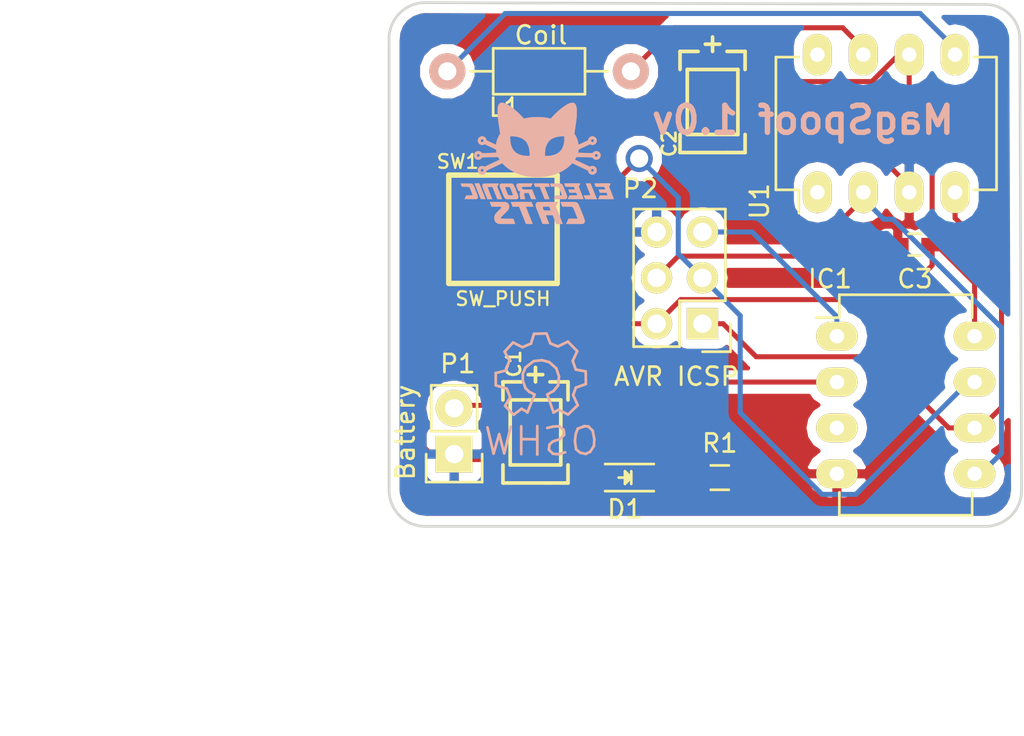
<source format=kicad_pcb>
(kicad_pcb (version 20171130) (host pcbnew "(5.0.1)-4")

  (general
    (thickness 1.6)
    (drawings 11)
    (tracks 108)
    (zones 0)
    (modules 13)
    (nets 14)
  )

  (page A4)
  (title_block
    (title MagSpoof)
    (date 2016-02-19)
    (rev 1.0)
    (company "Electronic Cats")
    (comment 1 "Andres Sabas")
  )

  (layers
    (0 F.Cu signal)
    (31 B.Cu signal)
    (32 B.Adhes user)
    (33 F.Adhes user)
    (34 B.Paste user)
    (35 F.Paste user)
    (36 B.SilkS user hide)
    (37 F.SilkS user)
    (38 B.Mask user)
    (39 F.Mask user)
    (40 Dwgs.User user)
    (41 Cmts.User user)
    (42 Eco1.User user)
    (43 Eco2.User user)
    (44 Edge.Cuts user)
    (45 Margin user)
    (46 B.CrtYd user)
    (47 F.CrtYd user)
    (48 B.Fab user)
    (49 F.Fab user)
  )

  (setup
    (last_trace_width 0.28)
    (trace_clearance 0.2)
    (zone_clearance 0.508)
    (zone_45_only no)
    (trace_min 0.2)
    (segment_width 0.2)
    (edge_width 0.15)
    (via_size 0.6)
    (via_drill 0.4)
    (via_min_size 0.4)
    (via_min_drill 0.3)
    (uvia_size 0.3)
    (uvia_drill 0.1)
    (uvias_allowed no)
    (uvia_min_size 0.2)
    (uvia_min_drill 0.1)
    (pcb_text_width 0.3)
    (pcb_text_size 1.5 1.5)
    (mod_edge_width 0.15)
    (mod_text_size 1 1)
    (mod_text_width 0.15)
    (pad_size 1.7272 1.7272)
    (pad_drill 1.016)
    (pad_to_mask_clearance 0.2)
    (solder_mask_min_width 0.25)
    (aux_axis_origin 0 0)
    (visible_elements 7FFFFFFF)
    (pcbplotparams
      (layerselection 0x010f0_ffffffff)
      (usegerberextensions false)
      (usegerberattributes false)
      (usegerberadvancedattributes false)
      (creategerberjobfile false)
      (excludeedgelayer true)
      (linewidth 0.100000)
      (plotframeref false)
      (viasonmask false)
      (mode 1)
      (useauxorigin false)
      (hpglpennumber 1)
      (hpglpenspeed 20)
      (hpglpendiameter 15.000000)
      (psnegative false)
      (psa4output false)
      (plotreference true)
      (plotvalue true)
      (plotinvisibletext false)
      (padsonsilk false)
      (subtractmaskfromsilk false)
      (outputformat 1)
      (mirror false)
      (drillshape 0)
      (scaleselection 1)
      (outputdirectory "./Gerber_magspoof/"))
  )

  (net 0 "")
  (net 1 VCC)
  (net 2 GND)
  (net 3 "Net-(D1-Pad1)")
  (net 4 "Net-(D1-Pad2)")
  (net 5 /RST)
  (net 6 "Net-(IC1-Pad3)")
  (net 7 /MOSI)
  (net 8 /MISO)
  (net 9 /SCK)
  (net 10 "Net-(L1-Pad1)")
  (net 11 "Net-(L1-Pad2)")
  (net 12 "Net-(U1-Pad1)")
  (net 13 "Net-(U1-Pad8)")

  (net_class Default "This is the default net class."
    (clearance 0.2)
    (trace_width 0.28)
    (via_dia 0.6)
    (via_drill 0.4)
    (uvia_dia 0.3)
    (uvia_drill 0.1)
    (add_net /MISO)
    (add_net /MOSI)
    (add_net /RST)
    (add_net /SCK)
    (add_net GND)
    (add_net "Net-(D1-Pad1)")
    (add_net "Net-(D1-Pad2)")
    (add_net "Net-(IC1-Pad3)")
    (add_net "Net-(L1-Pad1)")
    (add_net "Net-(L1-Pad2)")
    (add_net "Net-(U1-Pad1)")
    (add_net "Net-(U1-Pad8)")
    (add_net VCC)
  )

  (module Housings_DIP:DIP-8_W7.62mm_LongPads (layer F.Cu) (tedit 54130A77) (tstamp 56CBAB64)
    (at 126.7 89.5 90)
    (descr "8-lead dip package, row spacing 7.62 mm (300 mils), longer pads")
    (tags "dil dip 2.54 300")
    (path /56CBAFDF)
    (fp_text reference U1 (at -0.5 -3.2 90) (layer F.SilkS)
      (effects (font (size 1 1) (thickness 0.15)))
    )
    (fp_text value TC4424 (at 2.2 3.3 180) (layer F.Fab)
      (effects (font (size 1 1) (thickness 0.15)))
    )
    (fp_line (start -1.4 -2.45) (end -1.4 10.1) (layer F.CrtYd) (width 0.05))
    (fp_line (start 9 -2.45) (end 9 10.1) (layer F.CrtYd) (width 0.05))
    (fp_line (start -1.4 -2.45) (end 9 -2.45) (layer F.CrtYd) (width 0.05))
    (fp_line (start -1.4 10.1) (end 9 10.1) (layer F.CrtYd) (width 0.05))
    (fp_line (start 0.135 -2.295) (end 0.135 -1.025) (layer F.SilkS) (width 0.15))
    (fp_line (start 7.485 -2.295) (end 7.485 -1.025) (layer F.SilkS) (width 0.15))
    (fp_line (start 7.485 9.915) (end 7.485 8.645) (layer F.SilkS) (width 0.15))
    (fp_line (start 0.135 9.915) (end 0.135 8.645) (layer F.SilkS) (width 0.15))
    (fp_line (start 0.135 -2.295) (end 7.485 -2.295) (layer F.SilkS) (width 0.15))
    (fp_line (start 0.135 9.915) (end 7.485 9.915) (layer F.SilkS) (width 0.15))
    (fp_line (start 0.135 -1.025) (end -1.15 -1.025) (layer F.SilkS) (width 0.15))
    (pad 1 thru_hole oval (at 0 0 90) (size 2.3 1.6) (drill 0.8) (layers *.Cu *.Mask F.SilkS)
      (net 12 "Net-(U1-Pad1)"))
    (pad 2 thru_hole oval (at 0 2.54 90) (size 2.3 1.6) (drill 0.8) (layers *.Cu *.Mask F.SilkS)
      (net 7 /MOSI))
    (pad 3 thru_hole oval (at 0 5.08 90) (size 2.3 1.6) (drill 0.8) (layers *.Cu *.Mask F.SilkS)
      (net 2 GND))
    (pad 4 thru_hole oval (at 0 7.62 90) (size 2.3 1.6) (drill 0.8) (layers *.Cu *.Mask F.SilkS)
      (net 8 /MISO))
    (pad 5 thru_hole oval (at 7.62 7.62 90) (size 2.3 1.6) (drill 0.8) (layers *.Cu *.Mask F.SilkS)
      (net 11 "Net-(L1-Pad2)"))
    (pad 6 thru_hole oval (at 7.62 5.08 90) (size 2.3 1.6) (drill 0.8) (layers *.Cu *.Mask F.SilkS)
      (net 1 VCC))
    (pad 7 thru_hole oval (at 7.62 2.54 90) (size 2.3 1.6) (drill 0.8) (layers *.Cu *.Mask F.SilkS)
      (net 10 "Net-(L1-Pad1)"))
    (pad 8 thru_hole oval (at 7.62 0 90) (size 2.3 1.6) (drill 0.8) (layers *.Cu *.Mask F.SilkS)
      (net 13 "Net-(U1-Pad8)"))
    (model Housings_DIP.3dshapes/DIP-8_W7.62mm_LongPads.wrl
      (at (xyz 0 0 0))
      (scale (xyz 1 1 1))
      (rotate (xyz 0 0 0))
    )
  )

  (module "theinventorhouse:1411(3528m)-B%2CM%2CH%2CT-TANTALUM" (layer F.Cu) (tedit 0) (tstamp 569FCE23)
    (at 111.1 102.8 270)
    (path /569EDA85)
    (solder_paste_margin -0.127)
    (attr smd)
    (fp_text reference C1 (at -3.8 1.2 270) (layer F.SilkS)
      (effects (font (size 0.762 0.762) (thickness 0.1524)))
    )
    (fp_text value 100uF (at 0 0 270) (layer F.SilkS) hide
      (effects (font (size 0.762 0.762) (thickness 0.1524)))
    )
    (fp_line (start 2.8 -0.8) (end 2.8 1.8) (layer F.SilkS) (width 0.2032))
    (fp_line (start 2.8 1.8) (end 1.8 1.8) (layer F.SilkS) (width 0.2032))
    (fp_line (start 1.8 -1.8) (end 2.8 -1.8) (layer F.SilkS) (width 0.2032))
    (fp_line (start 2.8 -1.8) (end 2.8 -0.8) (layer F.SilkS) (width 0.2032))
    (fp_line (start -2.8 -0.8) (end -2.8 -1.8) (layer F.SilkS) (width 0.2032))
    (fp_line (start -2.8 -1.8) (end -1.8 -1.8) (layer F.SilkS) (width 0.2032))
    (fp_line (start -2.8 0.8) (end -2.8 1.8) (layer F.SilkS) (width 0.2032))
    (fp_line (start -2.8 1.8) (end -1.8 1.8) (layer F.SilkS) (width 0.2032))
    (fp_line (start -3.2 0.4) (end -3.2 -0.4) (layer F.SilkS) (width 0.2032))
    (fp_line (start -3.6 0) (end -2.8 0) (layer F.SilkS) (width 0.2032))
    (fp_line (start -1.8 -1.4) (end -1.8 1.4) (layer F.SilkS) (width 0.2032))
    (fp_line (start -1.8 1.4) (end 1.8 1.4) (layer F.SilkS) (width 0.2032))
    (fp_line (start 1.8 1.4) (end 1.8 -1.4) (layer F.SilkS) (width 0.2032))
    (fp_line (start 1.8 -1.4) (end -1.8 -1.4) (layer F.SilkS) (width 0.2032))
    (pad 1 smd rect (at -1.5 0 270) (size 1.6 2.7) (layers F.Cu F.Paste F.Mask)
      (net 1 VCC))
    (pad 2 smd rect (at 1.5 0 270) (size 1.6 2.7) (layers F.Cu F.Paste F.Mask)
      (net 2 GND))
  )

  (module "theinventorhouse:1411(3528m)-B%2CM%2CH%2CT-TANTALUM" (layer F.Cu) (tedit 0) (tstamp 569FCE29)
    (at 120.9 84.5 270)
    (path /569FD30B)
    (solder_paste_margin -0.127)
    (attr smd)
    (fp_text reference C2 (at 2.3 2.4 270) (layer F.SilkS)
      (effects (font (size 0.762 0.762) (thickness 0.1524)))
    )
    (fp_text value 100uF (at 0 0 270) (layer F.SilkS) hide
      (effects (font (size 0.762 0.762) (thickness 0.1524)))
    )
    (fp_line (start 2.8 -0.8) (end 2.8 1.8) (layer F.SilkS) (width 0.2032))
    (fp_line (start 2.8 1.8) (end 1.8 1.8) (layer F.SilkS) (width 0.2032))
    (fp_line (start 1.8 -1.8) (end 2.8 -1.8) (layer F.SilkS) (width 0.2032))
    (fp_line (start 2.8 -1.8) (end 2.8 -0.8) (layer F.SilkS) (width 0.2032))
    (fp_line (start -2.8 -0.8) (end -2.8 -1.8) (layer F.SilkS) (width 0.2032))
    (fp_line (start -2.8 -1.8) (end -1.8 -1.8) (layer F.SilkS) (width 0.2032))
    (fp_line (start -2.8 0.8) (end -2.8 1.8) (layer F.SilkS) (width 0.2032))
    (fp_line (start -2.8 1.8) (end -1.8 1.8) (layer F.SilkS) (width 0.2032))
    (fp_line (start -3.2 0.4) (end -3.2 -0.4) (layer F.SilkS) (width 0.2032))
    (fp_line (start -3.6 0) (end -2.8 0) (layer F.SilkS) (width 0.2032))
    (fp_line (start -1.8 -1.4) (end -1.8 1.4) (layer F.SilkS) (width 0.2032))
    (fp_line (start -1.8 1.4) (end 1.8 1.4) (layer F.SilkS) (width 0.2032))
    (fp_line (start 1.8 1.4) (end 1.8 -1.4) (layer F.SilkS) (width 0.2032))
    (fp_line (start 1.8 -1.4) (end -1.8 -1.4) (layer F.SilkS) (width 0.2032))
    (pad 1 smd rect (at -1.5 0 270) (size 1.6 2.7) (layers F.Cu F.Paste F.Mask)
      (net 1 VCC))
    (pad 2 smd rect (at 1.5 0 270) (size 1.6 2.7) (layers F.Cu F.Paste F.Mask)
      (net 2 GND))
  )

  (module Housings_DIP:DIP-8_W7.62mm_LongPads (layer F.Cu) (tedit 54130A77) (tstamp 569FCE41)
    (at 127.78 97.47)
    (descr "8-lead dip package, row spacing 7.62 mm (300 mils), longer pads")
    (tags "dil dip 2.54 300")
    (path /569ED1F1)
    (fp_text reference IC1 (at -0.38 -3.17) (layer F.SilkS)
      (effects (font (size 1 1) (thickness 0.15)))
    )
    (fp_text value ATTINY85-P (at -2.48 3.53 90) (layer F.Fab)
      (effects (font (size 1 1) (thickness 0.15)))
    )
    (fp_line (start -1.4 -2.45) (end -1.4 10.1) (layer F.CrtYd) (width 0.05))
    (fp_line (start 9 -2.45) (end 9 10.1) (layer F.CrtYd) (width 0.05))
    (fp_line (start -1.4 -2.45) (end 9 -2.45) (layer F.CrtYd) (width 0.05))
    (fp_line (start -1.4 10.1) (end 9 10.1) (layer F.CrtYd) (width 0.05))
    (fp_line (start 0.135 -2.295) (end 0.135 -1.025) (layer F.SilkS) (width 0.15))
    (fp_line (start 7.485 -2.295) (end 7.485 -1.025) (layer F.SilkS) (width 0.15))
    (fp_line (start 7.485 9.915) (end 7.485 8.645) (layer F.SilkS) (width 0.15))
    (fp_line (start 0.135 9.915) (end 0.135 8.645) (layer F.SilkS) (width 0.15))
    (fp_line (start 0.135 -2.295) (end 7.485 -2.295) (layer F.SilkS) (width 0.15))
    (fp_line (start 0.135 9.915) (end 7.485 9.915) (layer F.SilkS) (width 0.15))
    (fp_line (start 0.135 -1.025) (end -1.15 -1.025) (layer F.SilkS) (width 0.15))
    (pad 1 thru_hole oval (at 0 0) (size 2.3 1.6) (drill 0.8) (layers *.Cu *.Mask F.SilkS)
      (net 5 /RST))
    (pad 2 thru_hole oval (at 0 2.54) (size 2.3 1.6) (drill 0.8) (layers *.Cu *.Mask F.SilkS)
      (net 4 "Net-(D1-Pad2)"))
    (pad 3 thru_hole oval (at 0 5.08) (size 2.3 1.6) (drill 0.8) (layers *.Cu *.Mask F.SilkS)
      (net 6 "Net-(IC1-Pad3)"))
    (pad 4 thru_hole oval (at 0 7.62) (size 2.3 1.6) (drill 0.8) (layers *.Cu *.Mask F.SilkS)
      (net 2 GND))
    (pad 5 thru_hole oval (at 7.62 7.62) (size 2.3 1.6) (drill 0.8) (layers *.Cu *.Mask F.SilkS)
      (net 7 /MOSI))
    (pad 6 thru_hole oval (at 7.62 5.08) (size 2.3 1.6) (drill 0.8) (layers *.Cu *.Mask F.SilkS)
      (net 8 /MISO))
    (pad 7 thru_hole oval (at 7.62 2.54) (size 2.3 1.6) (drill 0.8) (layers *.Cu *.Mask F.SilkS)
      (net 9 /SCK))
    (pad 8 thru_hole oval (at 7.62 0) (size 2.3 1.6) (drill 0.8) (layers *.Cu *.Mask F.SilkS)
      (net 1 VCC))
    (model Housings_DIP.3dshapes/DIP-8_W7.62mm_LongPads.wrl
      (at (xyz 0 0 0))
      (scale (xyz 1 1 1))
      (rotate (xyz 0 0 0))
    )
  )

  (module Resistors_ThroughHole:Resistor_Horizontal_RM10mm (layer F.Cu) (tedit 569FD137) (tstamp 569FCE47)
    (at 111.3 82.8 180)
    (descr "Resistor, Axial,  RM 10mm, 1/3W,")
    (tags "Resistor, Axial, RM 10mm, 1/3W,")
    (path /569ED295)
    (fp_text reference L1 (at 1.9 -2 180) (layer F.SilkS)
      (effects (font (size 1 1) (thickness 0.15)))
    )
    (fp_text value Coil (at -0.1 2 180) (layer F.SilkS)
      (effects (font (size 1 1) (thickness 0.15)))
    )
    (fp_line (start -2.54 -1.27) (end 2.54 -1.27) (layer F.SilkS) (width 0.15))
    (fp_line (start 2.54 -1.27) (end 2.54 1.27) (layer F.SilkS) (width 0.15))
    (fp_line (start 2.54 1.27) (end -2.54 1.27) (layer F.SilkS) (width 0.15))
    (fp_line (start -2.54 1.27) (end -2.54 -1.27) (layer F.SilkS) (width 0.15))
    (fp_line (start -2.54 0) (end -3.81 0) (layer F.SilkS) (width 0.15))
    (fp_line (start 2.54 0) (end 3.81 0) (layer F.SilkS) (width 0.15))
    (pad 1 thru_hole circle (at -5.08 0 180) (size 1.99898 1.99898) (drill 1.00076) (layers *.Cu *.SilkS *.Mask)
      (net 10 "Net-(L1-Pad1)"))
    (pad 2 thru_hole circle (at 5.08 0 180) (size 1.99898 1.99898) (drill 1.00076) (layers *.Cu *.SilkS *.Mask)
      (net 11 "Net-(L1-Pad2)"))
    (model Resistors_ThroughHole.3dshapes/Resistor_Horizontal_RM10mm.wrl
      (at (xyz 0 0 0))
      (scale (xyz 0.4 0.4 0.4))
      (rotate (xyz 0 0 0))
    )
  )

  (module Pin_Headers:Pin_Header_Straight_1x02 (layer F.Cu) (tedit 56CBAF1E) (tstamp 569FCE4D)
    (at 106.6 104 180)
    (descr "Through hole pin header")
    (tags "pin header")
    (path /569FCE1A)
    (fp_text reference P1 (at -0.2 5 180) (layer F.SilkS)
      (effects (font (size 1 1) (thickness 0.15)))
    )
    (fp_text value Battery (at 2.7 1.2 270) (layer F.SilkS)
      (effects (font (size 1 1) (thickness 0.15)))
    )
    (fp_line (start 1.27 1.27) (end 1.27 3.81) (layer F.SilkS) (width 0.15))
    (fp_line (start 1.55 -1.55) (end 1.55 0) (layer F.SilkS) (width 0.15))
    (fp_line (start -1.75 -1.75) (end -1.75 4.3) (layer F.CrtYd) (width 0.05))
    (fp_line (start 1.75 -1.75) (end 1.75 4.3) (layer F.CrtYd) (width 0.05))
    (fp_line (start -1.75 -1.75) (end 1.75 -1.75) (layer F.CrtYd) (width 0.05))
    (fp_line (start -1.75 4.3) (end 1.75 4.3) (layer F.CrtYd) (width 0.05))
    (fp_line (start 1.27 1.27) (end -1.27 1.27) (layer F.SilkS) (width 0.15))
    (fp_line (start -1.55 0) (end -1.55 -1.55) (layer F.SilkS) (width 0.15))
    (fp_line (start -1.55 -1.55) (end 1.55 -1.55) (layer F.SilkS) (width 0.15))
    (fp_line (start -1.27 1.27) (end -1.27 3.81) (layer F.SilkS) (width 0.15))
    (fp_line (start -1.27 3.81) (end 1.27 3.81) (layer F.SilkS) (width 0.15))
    (pad 1 thru_hole rect (at 0 0 180) (size 2.032 2.032) (drill 1.016) (layers *.Cu *.Mask F.SilkS)
      (net 2 GND))
    (pad 2 thru_hole oval (at 0 2.54 180) (size 2.032 2.032) (drill 1.016) (layers *.Cu *.Mask F.SilkS)
      (net 1 VCC))
    (model Pin_Headers.3dshapes/Pin_Header_Straight_1x02.wrl
      (offset (xyz 0 -1.269999980926514 0))
      (scale (xyz 1 1 1))
      (rotate (xyz 0 0 90))
    )
  )

  (module Pin_Headers:Pin_Header_Straight_2x03 (layer F.Cu) (tedit 569FD1D0) (tstamp 569FCE57)
    (at 120.34 96.78 180)
    (descr "Through hole pin header")
    (tags "pin header")
    (path /569FC617)
    (fp_text reference P2 (at 3.44 7.48 180) (layer F.SilkS)
      (effects (font (size 1 1) (thickness 0.15)))
    )
    (fp_text value "AVR ICSP" (at 1.44 -2.92 180) (layer F.SilkS)
      (effects (font (size 1 1) (thickness 0.15)))
    )
    (fp_line (start -1.27 1.27) (end -1.27 6.35) (layer F.SilkS) (width 0.15))
    (fp_line (start -1.55 -1.55) (end 0 -1.55) (layer F.SilkS) (width 0.15))
    (fp_line (start -1.75 -1.75) (end -1.75 6.85) (layer F.CrtYd) (width 0.05))
    (fp_line (start 4.3 -1.75) (end 4.3 6.85) (layer F.CrtYd) (width 0.05))
    (fp_line (start -1.75 -1.75) (end 4.3 -1.75) (layer F.CrtYd) (width 0.05))
    (fp_line (start -1.75 6.85) (end 4.3 6.85) (layer F.CrtYd) (width 0.05))
    (fp_line (start 1.27 -1.27) (end 1.27 1.27) (layer F.SilkS) (width 0.15))
    (fp_line (start 1.27 1.27) (end -1.27 1.27) (layer F.SilkS) (width 0.15))
    (fp_line (start -1.27 6.35) (end 3.81 6.35) (layer F.SilkS) (width 0.15))
    (fp_line (start 3.81 6.35) (end 3.81 1.27) (layer F.SilkS) (width 0.15))
    (fp_line (start -1.55 -1.55) (end -1.55 0) (layer F.SilkS) (width 0.15))
    (fp_line (start 3.81 -1.27) (end 1.27 -1.27) (layer F.SilkS) (width 0.15))
    (fp_line (start 3.81 1.27) (end 3.81 -1.27) (layer F.SilkS) (width 0.15))
    (pad 1 thru_hole rect (at 0 0 180) (size 1.7272 1.7272) (drill 1.016) (layers *.Cu *.Mask F.SilkS)
      (net 8 /MISO))
    (pad 2 thru_hole oval (at 2.54 0 180) (size 1.7272 1.7272) (drill 1.016) (layers *.Cu *.Mask F.SilkS)
      (net 1 VCC))
    (pad 3 thru_hole oval (at 0 2.54 180) (size 1.7272 1.7272) (drill 1.016) (layers *.Cu *.Mask F.SilkS)
      (net 9 /SCK))
    (pad 4 thru_hole oval (at 2.54 2.54 180) (size 1.7272 1.7272) (drill 1.016) (layers *.Cu *.Mask F.SilkS)
      (net 7 /MOSI))
    (pad 5 thru_hole oval (at 0 5.08 180) (size 1.7272 1.7272) (drill 1.016) (layers *.Cu *.Mask F.SilkS)
      (net 5 /RST))
    (pad 6 thru_hole oval (at 2.54 5.08 180) (size 1.7272 1.7272) (drill 1.016) (layers *.Cu *.Mask F.SilkS)
      (net 2 GND))
    (model Pin_Headers.3dshapes/Pin_Header_Straight_2x03.wrl
      (offset (xyz 1.269999980926514 -2.539999961853027 0))
      (scale (xyz 1 1 1))
      (rotate (xyz 0 0 90))
    )
  )

  (module open-project:SW_PUSH_SMD (layer F.Cu) (tedit 514E2F98) (tstamp 569FCE65)
    (at 109.30204 91.5479)
    (path /569EE4CB)
    (fp_text reference SW1 (at -2.50204 -3.7479) (layer F.SilkS)
      (effects (font (size 0.762 0.762) (thickness 0.127)))
    )
    (fp_text value SW_PUSH (at 0 3.85) (layer F.SilkS)
      (effects (font (size 0.762 0.762) (thickness 0.127)))
    )
    (fp_line (start -2.99974 -2.99974) (end 2.99974 -2.99974) (layer F.SilkS) (width 0.29972))
    (fp_line (start 2.99974 -2.99974) (end 2.99974 2.99974) (layer F.SilkS) (width 0.29972))
    (fp_line (start 2.99974 2.99974) (end -2.99974 2.99974) (layer F.SilkS) (width 0.29972))
    (fp_line (start -2.99974 2.99974) (end -2.99974 -2.99974) (layer F.SilkS) (width 0.29972))
    (pad 1 smd rect (at -3.99796 -2.2479) (size 1.5494 1.2954) (layers F.Cu F.Paste F.Mask)
      (net 9 /SCK))
    (pad 1 smd rect (at 3.99796 -2.2479) (size 1.5494 1.2954) (layers F.Cu F.Paste F.Mask)
      (net 9 /SCK))
    (pad 2 smd rect (at 3.99796 2.2479) (size 1.5494 1.2954) (layers F.Cu F.Paste F.Mask)
      (net 2 GND))
    (pad 2 smd rect (at -3.99796 2.2479) (size 1.5494 1.2954) (layers F.Cu F.Paste F.Mask)
      (net 2 GND))
  )

  (module LEDs:LED-0805 (layer F.Cu) (tedit 55BDE1C2) (tstamp 569FCF9B)
    (at 116.05098 105.3 180)
    (descr "LED 0805 smd package")
    (tags "LED 0805 SMD")
    (path /569ED258)
    (attr smd)
    (fp_text reference D1 (at 0 -1.75 180) (layer F.SilkS)
      (effects (font (size 1 1) (thickness 0.15)))
    )
    (fp_text value LED (at 0 1.75 180) (layer F.Fab)
      (effects (font (size 1 1) (thickness 0.15)))
    )
    (fp_line (start -1.6 0.75) (end 1.1 0.75) (layer F.SilkS) (width 0.15))
    (fp_line (start -1.6 -0.75) (end 1.1 -0.75) (layer F.SilkS) (width 0.15))
    (fp_line (start -0.1 0.15) (end -0.1 -0.1) (layer F.SilkS) (width 0.15))
    (fp_line (start -0.1 -0.1) (end -0.25 0.05) (layer F.SilkS) (width 0.15))
    (fp_line (start -0.35 -0.35) (end -0.35 0.35) (layer F.SilkS) (width 0.15))
    (fp_line (start 0 0) (end 0.35 0) (layer F.SilkS) (width 0.15))
    (fp_line (start -0.35 0) (end 0 -0.35) (layer F.SilkS) (width 0.15))
    (fp_line (start 0 -0.35) (end 0 0.35) (layer F.SilkS) (width 0.15))
    (fp_line (start 0 0.35) (end -0.35 0) (layer F.SilkS) (width 0.15))
    (fp_line (start 1.9 -0.95) (end 1.9 0.95) (layer F.CrtYd) (width 0.05))
    (fp_line (start 1.9 0.95) (end -1.9 0.95) (layer F.CrtYd) (width 0.05))
    (fp_line (start -1.9 0.95) (end -1.9 -0.95) (layer F.CrtYd) (width 0.05))
    (fp_line (start -1.9 -0.95) (end 1.9 -0.95) (layer F.CrtYd) (width 0.05))
    (pad 2 smd rect (at 1.04902 0) (size 1.19888 1.19888) (layers F.Cu F.Paste F.Mask)
      (net 4 "Net-(D1-Pad2)"))
    (pad 1 smd rect (at -1.04902 0) (size 1.19888 1.19888) (layers F.Cu F.Paste F.Mask)
      (net 3 "Net-(D1-Pad1)"))
    (model LEDs.3dshapes/LED-0805.wrl
      (at (xyz 0 0 0))
      (scale (xyz 1 1 1))
      (rotate (xyz 0 0 0))
    )
  )

  (module Symbols:Symbol_OSHW-Logo_SilkScreen (layer B.Cu) (tedit 56B39903) (tstamp 569FD9C0)
    (at 111.4 99.8 180)
    (descr "Symbol, OSHW-Logo, Silk Screen,")
    (tags "Symbol, OSHW-Logo, Silk Screen,")
    (fp_text reference "" (at 0.09906 4.38912 180) (layer B.SilkS)
      (effects (font (size 1 1) (thickness 0.15)) (justify mirror))
    )
    (fp_text value OSHW-Logo (at 1.6 -7.2 180) (layer B.Fab)
      (effects (font (size 1 1) (thickness 0.15)) (justify mirror))
    )
    (fp_line (start 1.66878 -2.68986) (end 2.02946 -4.16052) (layer B.SilkS) (width 0.15))
    (fp_line (start 2.02946 -4.16052) (end 2.30886 -3.0988) (layer B.SilkS) (width 0.15))
    (fp_line (start 2.30886 -3.0988) (end 2.61874 -4.17068) (layer B.SilkS) (width 0.15))
    (fp_line (start 2.61874 -4.17068) (end 2.9591 -2.72034) (layer B.SilkS) (width 0.15))
    (fp_line (start 0.24892 -3.38074) (end 1.03886 -3.37058) (layer B.SilkS) (width 0.15))
    (fp_line (start 1.03886 -3.37058) (end 1.04902 -3.38074) (layer B.SilkS) (width 0.15))
    (fp_line (start 1.04902 -3.38074) (end 1.04902 -3.37058) (layer B.SilkS) (width 0.15))
    (fp_line (start 1.08966 -2.65938) (end 1.08966 -4.20116) (layer B.SilkS) (width 0.15))
    (fp_line (start 0.20066 -2.64922) (end 0.20066 -4.21894) (layer B.SilkS) (width 0.15))
    (fp_line (start 0.20066 -4.21894) (end 0.21082 -4.20878) (layer B.SilkS) (width 0.15))
    (fp_line (start -0.35052 -2.75082) (end -0.70104 -2.66954) (layer B.SilkS) (width 0.15))
    (fp_line (start -0.70104 -2.66954) (end -1.02108 -2.65938) (layer B.SilkS) (width 0.15))
    (fp_line (start -1.02108 -2.65938) (end -1.25984 -2.86004) (layer B.SilkS) (width 0.15))
    (fp_line (start -1.25984 -2.86004) (end -1.29032 -3.12928) (layer B.SilkS) (width 0.15))
    (fp_line (start -1.29032 -3.12928) (end -1.04902 -3.37058) (layer B.SilkS) (width 0.15))
    (fp_line (start -1.04902 -3.37058) (end -0.6604 -3.50012) (layer B.SilkS) (width 0.15))
    (fp_line (start -0.6604 -3.50012) (end -0.48006 -3.66014) (layer B.SilkS) (width 0.15))
    (fp_line (start -0.48006 -3.66014) (end -0.43942 -3.95986) (layer B.SilkS) (width 0.15))
    (fp_line (start -0.43942 -3.95986) (end -0.67056 -4.18084) (layer B.SilkS) (width 0.15))
    (fp_line (start -0.67056 -4.18084) (end -0.9906 -4.20878) (layer B.SilkS) (width 0.15))
    (fp_line (start -0.9906 -4.20878) (end -1.34112 -4.09956) (layer B.SilkS) (width 0.15))
    (fp_line (start -2.37998 -2.64922) (end -2.6289 -2.66954) (layer B.SilkS) (width 0.15))
    (fp_line (start -2.6289 -2.66954) (end -2.8702 -2.91084) (layer B.SilkS) (width 0.15))
    (fp_line (start -2.8702 -2.91084) (end -2.9591 -3.40106) (layer B.SilkS) (width 0.15))
    (fp_line (start -2.9591 -3.40106) (end -2.93116 -3.74904) (layer B.SilkS) (width 0.15))
    (fp_line (start -2.93116 -3.74904) (end -2.7305 -4.06908) (layer B.SilkS) (width 0.15))
    (fp_line (start -2.7305 -4.06908) (end -2.47904 -4.191) (layer B.SilkS) (width 0.15))
    (fp_line (start -2.47904 -4.191) (end -2.16916 -4.11988) (layer B.SilkS) (width 0.15))
    (fp_line (start -2.16916 -4.11988) (end -1.95072 -3.93954) (layer B.SilkS) (width 0.15))
    (fp_line (start -1.95072 -3.93954) (end -1.8796 -3.4798) (layer B.SilkS) (width 0.15))
    (fp_line (start -1.8796 -3.4798) (end -1.9304 -3.07086) (layer B.SilkS) (width 0.15))
    (fp_line (start -1.9304 -3.07086) (end -2.03962 -2.78892) (layer B.SilkS) (width 0.15))
    (fp_line (start -2.03962 -2.78892) (end -2.4003 -2.65938) (layer B.SilkS) (width 0.15))
    (fp_line (start -1.78054 -0.92964) (end -2.03962 -1.49098) (layer B.SilkS) (width 0.15))
    (fp_line (start -2.03962 -1.49098) (end -1.50114 -2.00914) (layer B.SilkS) (width 0.15))
    (fp_line (start -1.50114 -2.00914) (end -0.98044 -1.7399) (layer B.SilkS) (width 0.15))
    (fp_line (start -0.98044 -1.7399) (end -0.70104 -1.89992) (layer B.SilkS) (width 0.15))
    (fp_line (start 0.73914 -1.8796) (end 1.06934 -1.6891) (layer B.SilkS) (width 0.15))
    (fp_line (start 1.06934 -1.6891) (end 1.50876 -2.0193) (layer B.SilkS) (width 0.15))
    (fp_line (start 1.50876 -2.0193) (end 1.9812 -1.52908) (layer B.SilkS) (width 0.15))
    (fp_line (start 1.9812 -1.52908) (end 1.69926 -1.04902) (layer B.SilkS) (width 0.15))
    (fp_line (start 1.69926 -1.04902) (end 1.88976 -0.57912) (layer B.SilkS) (width 0.15))
    (fp_line (start 1.88976 -0.57912) (end 2.49936 -0.39116) (layer B.SilkS) (width 0.15))
    (fp_line (start 2.49936 -0.39116) (end 2.49936 0.28956) (layer B.SilkS) (width 0.15))
    (fp_line (start 2.49936 0.28956) (end 1.94056 0.42926) (layer B.SilkS) (width 0.15))
    (fp_line (start 1.94056 0.42926) (end 1.7399 1.00076) (layer B.SilkS) (width 0.15))
    (fp_line (start 1.7399 1.00076) (end 2.00914 1.47066) (layer B.SilkS) (width 0.15))
    (fp_line (start 2.00914 1.47066) (end 1.53924 1.9812) (layer B.SilkS) (width 0.15))
    (fp_line (start 1.53924 1.9812) (end 1.02108 1.71958) (layer B.SilkS) (width 0.15))
    (fp_line (start 1.02108 1.71958) (end 0.55118 1.92024) (layer B.SilkS) (width 0.15))
    (fp_line (start 0.55118 1.92024) (end 0.381 2.46126) (layer B.SilkS) (width 0.15))
    (fp_line (start 0.381 2.46126) (end -0.30988 2.47904) (layer B.SilkS) (width 0.15))
    (fp_line (start -0.30988 2.47904) (end -0.5207 1.9304) (layer B.SilkS) (width 0.15))
    (fp_line (start -0.5207 1.9304) (end -0.9398 1.76022) (layer B.SilkS) (width 0.15))
    (fp_line (start -0.9398 1.76022) (end -1.49098 2.02946) (layer B.SilkS) (width 0.15))
    (fp_line (start -1.49098 2.02946) (end -2.00914 1.50114) (layer B.SilkS) (width 0.15))
    (fp_line (start -2.00914 1.50114) (end -1.76022 0.96012) (layer B.SilkS) (width 0.15))
    (fp_line (start -1.76022 0.96012) (end -1.9304 0.48006) (layer B.SilkS) (width 0.15))
    (fp_line (start -1.9304 0.48006) (end -2.47904 0.381) (layer B.SilkS) (width 0.15))
    (fp_line (start -2.47904 0.381) (end -2.4892 -0.32004) (layer B.SilkS) (width 0.15))
    (fp_line (start -2.4892 -0.32004) (end -1.9304 -0.5207) (layer B.SilkS) (width 0.15))
    (fp_line (start -1.9304 -0.5207) (end -1.7907 -0.91948) (layer B.SilkS) (width 0.15))
    (fp_line (start 0.35052 -0.89916) (end 0.65024 -0.7493) (layer B.SilkS) (width 0.15))
    (fp_line (start 0.65024 -0.7493) (end 0.8509 -0.55118) (layer B.SilkS) (width 0.15))
    (fp_line (start 0.8509 -0.55118) (end 1.00076 -0.14986) (layer B.SilkS) (width 0.15))
    (fp_line (start 1.00076 -0.14986) (end 1.00076 0.24892) (layer B.SilkS) (width 0.15))
    (fp_line (start 1.00076 0.24892) (end 0.8509 0.59944) (layer B.SilkS) (width 0.15))
    (fp_line (start 0.8509 0.59944) (end 0.39878 0.94996) (layer B.SilkS) (width 0.15))
    (fp_line (start 0.39878 0.94996) (end -0.0508 1.00076) (layer B.SilkS) (width 0.15))
    (fp_line (start -0.0508 1.00076) (end -0.44958 0.89916) (layer B.SilkS) (width 0.15))
    (fp_line (start -0.44958 0.89916) (end -0.8509 0.55118) (layer B.SilkS) (width 0.15))
    (fp_line (start -0.8509 0.55118) (end -1.00076 0.09906) (layer B.SilkS) (width 0.15))
    (fp_line (start -1.00076 0.09906) (end -0.94996 -0.39878) (layer B.SilkS) (width 0.15))
    (fp_line (start -0.94996 -0.39878) (end -0.70104 -0.70104) (layer B.SilkS) (width 0.15))
    (fp_line (start -0.70104 -0.70104) (end -0.35052 -0.89916) (layer B.SilkS) (width 0.15))
    (fp_line (start -0.35052 -0.89916) (end -0.70104 -1.89992) (layer B.SilkS) (width 0.15))
    (fp_line (start 0.35052 -0.89916) (end 0.7493 -1.89992) (layer B.SilkS) (width 0.15))
  )

  (module theinventorhouse:electronic_cats_logo_8x6 (layer B.Cu) (tedit 0) (tstamp 56B453ED)
    (at 111.2 87.9 180)
    (fp_text reference G*** (at 0 0 180) (layer B.SilkS) hide
      (effects (font (size 1.524 1.524) (thickness 0.3)) (justify mirror))
    )
    (fp_text value LOGO (at 0.75 0 180) (layer B.SilkS) hide
      (effects (font (size 1.524 1.524) (thickness 0.3)) (justify mirror))
    )
    (fp_poly (pts (xy -1.511952 -2.134469) (xy -1.457322 -2.134584) (xy -1.408721 -2.134798) (xy -1.367028 -2.135106)
      (xy -1.333123 -2.135503) (xy -1.307886 -2.135985) (xy -1.292197 -2.136546) (xy -1.286933 -2.137166)
      (xy -1.288907 -2.144025) (xy -1.294337 -2.159457) (xy -1.302488 -2.181556) (xy -1.312625 -2.208412)
      (xy -1.324012 -2.238118) (xy -1.335914 -2.268766) (xy -1.347595 -2.298447) (xy -1.358321 -2.325254)
      (xy -1.367355 -2.347279) (xy -1.373007 -2.360481) (xy -1.38977 -2.398273) (xy -1.650207 -2.399992)
      (xy -1.711234 -2.400408) (xy -1.762016 -2.400814) (xy -1.8036 -2.401261) (xy -1.837031 -2.4018)
      (xy -1.863353 -2.402483) (xy -1.883612 -2.40336) (xy -1.898852 -2.404484) (xy -1.910119 -2.405905)
      (xy -1.918458 -2.407675) (xy -1.924914 -2.409846) (xy -1.930531 -2.412467) (xy -1.933222 -2.413894)
      (xy -1.956584 -2.429106) (xy -1.976812 -2.448526) (xy -1.995034 -2.473783) (xy -2.012374 -2.50651)
      (xy -2.029956 -2.548336) (xy -2.034811 -2.561185) (xy -2.042642 -2.581822) (xy -2.05406 -2.611251)
      (xy -2.068405 -2.647803) (xy -2.085019 -2.689812) (xy -2.10324 -2.735608) (xy -2.122411 -2.783525)
      (xy -2.141384 -2.830688) (xy -2.159759 -2.876395) (xy -2.17689 -2.91931) (xy -2.192288 -2.958193)
      (xy -2.205469 -2.991804) (xy -2.215947 -3.018901) (xy -2.223235 -3.038245) (xy -2.226848 -3.048595)
      (xy -2.227072 -3.049411) (xy -2.23078 -3.064933) (xy -1.728641 -3.064933) (xy -1.673661 -3.182055)
      (xy -1.657155 -3.217406) (xy -1.641663 -3.250935) (xy -1.628047 -3.280746) (xy -1.617171 -3.304946)
      (xy -1.609898 -3.32164) (xy -1.608112 -3.325988) (xy -1.597543 -3.3528) (xy -2.064538 -3.35255)
      (xy -2.148085 -3.352497) (xy -2.221092 -3.352423) (xy -2.284306 -3.352311) (xy -2.338477 -3.352143)
      (xy -2.384352 -3.351902) (xy -2.422681 -3.351572) (xy -2.454211 -3.351135) (xy -2.479691 -3.350574)
      (xy -2.499869 -3.349872) (xy -2.515493 -3.349012) (xy -2.527313 -3.347977) (xy -2.536076 -3.346749)
      (xy -2.542531 -3.345313) (xy -2.547426 -3.34365) (xy -2.55151 -3.341743) (xy -2.552122 -3.341423)
      (xy -2.581872 -3.319531) (xy -2.60532 -3.289458) (xy -2.621536 -3.252954) (xy -2.629586 -3.211767)
      (xy -2.630311 -3.194633) (xy -2.628535 -3.169238) (xy -2.623056 -3.138459) (xy -2.613648 -3.101603)
      (xy -2.600085 -3.057977) (xy -2.58214 -3.006886) (xy -2.559587 -2.947637) (xy -2.532201 -2.879535)
      (xy -2.510929 -2.828358) (xy -2.494754 -2.789239) (xy -2.476975 -2.745214) (xy -2.459384 -2.700785)
      (xy -2.443774 -2.660451) (xy -2.438575 -2.646709) (xy -2.413265 -2.580405) (xy -2.387347 -2.514678)
      (xy -2.361711 -2.451694) (xy -2.33725 -2.393617) (xy -2.314854 -2.342615) (xy -2.301271 -2.313103)
      (xy -2.27273 -2.260395) (xy -2.241285 -2.217763) (xy -2.205995 -2.184165) (xy -2.165919 -2.15856)
      (xy -2.158286 -2.154796) (xy -2.119489 -2.136422) (xy -1.703211 -2.134772) (xy -1.635776 -2.134558)
      (xy -1.57173 -2.134459) (xy -1.511952 -2.134469)) (layer B.SilkS) (width 0.01))
    (fp_poly (pts (xy -0.758396 -2.134512) (xy -0.668554 -2.134699) (xy -0.594078 -2.134912) (xy -0.50221 -2.135213)
      (xy -0.420943 -2.135513) (xy -0.349591 -2.135826) (xy -0.287464 -2.136166) (xy -0.233876 -2.136545)
      (xy -0.188139 -2.136978) (xy -0.149566 -2.137477) (xy -0.117469 -2.138056) (xy -0.09116 -2.138729)
      (xy -0.069952 -2.139509) (xy -0.053158 -2.14041) (xy -0.040089 -2.141445) (xy -0.030058 -2.142628)
      (xy -0.022378 -2.143971) (xy -0.016362 -2.14549) (xy -0.013865 -2.146284) (xy 0.022439 -2.164287)
      (xy 0.052406 -2.190922) (xy 0.075079 -2.224894) (xy 0.089502 -2.26491) (xy 0.093857 -2.291918)
      (xy 0.094487 -2.313724) (xy 0.092427 -2.338488) (xy 0.087413 -2.367055) (xy 0.079176 -2.400274)
      (xy 0.067453 -2.438988) (xy 0.051978 -2.484046) (xy 0.032483 -2.536293) (xy 0.008705 -2.596575)
      (xy -0.019624 -2.665738) (xy -0.035423 -2.703546) (xy -0.048183 -2.734323) (xy -0.064329 -2.77391)
      (xy -0.083174 -2.820588) (xy -0.10403 -2.87264) (xy -0.126212 -2.928347) (xy -0.149031 -2.985991)
      (xy -0.171802 -3.043853) (xy -0.188885 -3.087511) (xy -0.291302 -3.349977) (xy -0.473029 -3.351467)
      (xy -0.528061 -3.351747) (xy -0.573708 -3.351616) (xy -0.609582 -3.351083) (xy -0.635294 -3.350157)
      (xy -0.650453 -3.348847) (xy -0.654756 -3.347387) (xy -0.652752 -3.34111) (xy -0.647025 -3.325444)
      (xy -0.638001 -3.301501) (xy -0.626105 -3.270391) (xy -0.611763 -3.233223) (xy -0.595402 -3.191109)
      (xy -0.577446 -3.145159) (xy -0.566513 -3.117297) (xy -0.547726 -3.069431) (xy -0.530179 -3.024594)
      (xy -0.514314 -2.983926) (xy -0.500573 -2.948565) (xy -0.489397 -2.919652) (xy -0.48123 -2.898324)
      (xy -0.476513 -2.885722) (xy -0.475543 -2.8829) (xy -0.47539 -2.880223) (xy -0.477298 -2.878077)
      (xy -0.482369 -2.876404) (xy -0.491702 -2.875146) (xy -0.506399 -2.874243) (xy -0.527559 -2.873638)
      (xy -0.556284 -2.873272) (xy -0.593673 -2.873088) (xy -0.640827 -2.873025) (xy -0.661801 -2.873022)
      (xy -0.850785 -2.873022) (xy -0.882147 -2.947811) (xy -0.893122 -2.974256) (xy -0.907257 -3.008736)
      (xy -0.923555 -3.048791) (xy -0.941017 -3.091961) (xy -0.958644 -3.135785) (xy -0.970726 -3.165987)
      (xy -0.986366 -3.204964) (xy -1.001209 -3.241542) (xy -1.014579 -3.274091) (xy -1.025802 -3.300981)
      (xy -1.034204 -3.320583) (xy -1.039019 -3.331087) (xy -1.050096 -3.3528) (xy -1.227782 -3.3528)
      (xy -1.283252 -3.35262) (xy -1.328714 -3.352088) (xy -1.363898 -3.351212) (xy -1.388536 -3.350001)
      (xy -1.402359 -3.348463) (xy -1.405467 -3.34711) (xy -1.403423 -3.341084) (xy -1.397541 -3.325526)
      (xy -1.388197 -3.30138) (xy -1.375767 -3.269587) (xy -1.360626 -3.231091) (xy -1.34315 -3.186833)
      (xy -1.323714 -3.137755) (xy -1.302694 -3.084801) (xy -1.280466 -3.028912) (xy -1.257405 -2.97103)
      (xy -1.233886 -2.912098) (xy -1.210286 -2.853059) (xy -1.18698 -2.794854) (xy -1.164343 -2.738426)
      (xy -1.142751 -2.684717) (xy -1.122581 -2.634669) (xy -1.111751 -2.607883) (xy -0.745026 -2.607883)
      (xy -0.554547 -2.606397) (xy -0.364067 -2.604911) (xy -0.346131 -2.568222) (xy -0.335166 -2.543332)
      (xy -0.323986 -2.514029) (xy -0.315429 -2.488002) (xy -0.309109 -2.464971) (xy -0.306297 -2.449677)
      (xy -0.306699 -2.439226) (xy -0.309718 -2.431291) (xy -0.314536 -2.422989) (xy -0.319973 -2.416398)
      (xy -0.327319 -2.411303) (xy -0.337864 -2.40749) (xy -0.352898 -2.404743) (xy -0.37371 -2.402849)
      (xy -0.401592 -2.401592) (xy -0.437831 -2.400759) (xy -0.48372 -2.400135) (xy -0.498007 -2.399973)
      (xy -0.654525 -2.398236) (xy -0.665891 -2.416907) (xy -0.674267 -2.432917) (xy -0.685776 -2.458318)
      (xy -0.699878 -2.491828) (xy -0.71603 -2.532163) (xy -0.731603 -2.57253) (xy -0.745026 -2.607883)
      (xy -1.111751 -2.607883) (xy -1.104206 -2.589225) (xy -1.088003 -2.549328) (xy -1.074348 -2.515918)
      (xy -1.068503 -2.501723) (xy -1.025872 -2.398535) (xy -1.085847 -2.272203) (xy -1.102384 -2.237124)
      (xy -1.117174 -2.205275) (xy -1.129559 -2.178116) (xy -1.138878 -2.157109) (xy -1.14447 -2.143712)
      (xy -1.145822 -2.139525) (xy -1.142579 -2.138408) (xy -1.132569 -2.137437) (xy -1.11537 -2.136609)
      (xy -1.090564 -2.13592) (xy -1.057729 -2.135366) (xy -1.016444 -2.134945) (xy -0.966289 -2.134653)
      (xy -0.906843 -2.134485) (xy -0.837685 -2.13444) (xy -0.758396 -2.134512)) (layer B.SilkS) (width 0.01))
    (fp_poly (pts (xy 1.005374 -2.133101) (xy 1.072832 -2.133233) (xy 1.137829 -2.133459) (xy 1.199452 -2.13378)
      (xy 1.256786 -2.134198) (xy 1.308917 -2.134713) (xy 1.35493 -2.135326) (xy 1.393912 -2.136038)
      (xy 1.424947 -2.13685) (xy 1.447123 -2.137762) (xy 1.459524 -2.138777) (xy 1.461911 -2.139498)
      (xy 1.459955 -2.146219) (xy 1.454462 -2.161933) (xy 1.445993 -2.185116) (xy 1.435111 -2.214244)
      (xy 1.422378 -2.247792) (xy 1.413028 -2.272143) (xy 1.364145 -2.398888) (xy 1.010546 -2.398888)
      (xy 0.995454 -2.428522) (xy 0.988093 -2.444315) (xy 0.977915 -2.467989) (xy 0.966042 -2.496847)
      (xy 0.953596 -2.528188) (xy 0.947939 -2.542822) (xy 0.933802 -2.579324) (xy 0.918042 -2.619348)
      (xy 0.902408 -2.658488) (xy 0.88865 -2.692339) (xy 0.886295 -2.698044) (xy 0.878575 -2.716927)
      (xy 0.867221 -2.745035) (xy 0.852744 -2.781092) (xy 0.835652 -2.823824) (xy 0.816455 -2.871953)
      (xy 0.795661 -2.924203) (xy 0.773781 -2.9793) (xy 0.751324 -3.035967) (xy 0.742095 -3.059288)
      (xy 0.627116 -3.349977) (xy 0.254534 -3.352951) (xy 0.26003 -3.337353) (xy 0.262913 -3.329863)
      (xy 0.269678 -3.312678) (xy 0.280011 -3.286583) (xy 0.293599 -3.252364) (xy 0.310129 -3.210807)
      (xy 0.32929 -3.162698) (xy 0.350767 -3.108822) (xy 0.374248 -3.049965) (xy 0.399419 -2.986912)
      (xy 0.425969 -2.920449) (xy 0.44831 -2.864555) (xy 0.475575 -2.796237) (xy 0.50155 -2.730915)
      (xy 0.52594 -2.669347) (xy 0.548447 -2.612294) (xy 0.568775 -2.560515) (xy 0.586627 -2.51477)
      (xy 0.601707 -2.475819) (xy 0.613717 -2.444422) (xy 0.622362 -2.421338) (xy 0.627345 -2.407327)
      (xy 0.628481 -2.403122) (xy 0.622431 -2.402149) (xy 0.606372 -2.401255) (xy 0.581587 -2.400466)
      (xy 0.549357 -2.399809) (xy 0.510961 -2.399309) (xy 0.467682 -2.398994) (xy 0.42262 -2.398888)
      (xy 0.219372 -2.398888) (xy 0.223231 -2.386188) (xy 0.22599 -2.378292) (xy 0.232035 -2.361676)
      (xy 0.240676 -2.33819) (xy 0.251227 -2.309682) (xy 0.263 -2.278001) (xy 0.275307 -2.244993)
      (xy 0.287461 -2.212509) (xy 0.298773 -2.182394) (xy 0.308556 -2.156499) (xy 0.314593 -2.140655)
      (xy 0.320502 -2.139562) (xy 0.336749 -2.13855) (xy 0.362421 -2.13762) (xy 0.396604 -2.136774)
      (xy 0.438383 -2.136013) (xy 0.486844 -2.135336) (xy 0.541073 -2.134746) (xy 0.600155 -2.134242)
      (xy 0.663176 -2.133827) (xy 0.729223 -2.1335) (xy 0.79738 -2.133263) (xy 0.866734 -2.133117)
      (xy 0.93637 -2.133063) (xy 1.005374 -2.133101)) (layer B.SilkS) (width 0.01))
    (fp_poly (pts (xy 2.448718 -2.134699) (xy 2.498882 -2.134872) (xy 2.542225 -2.135141) (xy 2.577884 -2.135501)
      (xy 2.604996 -2.135947) (xy 2.622699 -2.136477) (xy 2.630131 -2.137084) (xy 2.630311 -2.137201)
      (xy 2.62831 -2.143399) (xy 2.622704 -2.158536) (xy 2.614083 -2.181072) (xy 2.60304 -2.209467)
      (xy 2.590167 -2.242181) (xy 2.583022 -2.260198) (xy 2.56922 -2.294975) (xy 2.556707 -2.326623)
      (xy 2.546129 -2.353502) (xy 2.538131 -2.37397) (xy 2.533358 -2.386386) (xy 2.532399 -2.389011)
      (xy 2.530996 -2.391373) (xy 2.527873 -2.393327) (xy 2.522043 -2.394912) (xy 2.512522 -2.396166)
      (xy 2.498323 -2.397127) (xy 2.478463 -2.397835) (xy 2.451955 -2.398327) (xy 2.417813 -2.398642)
      (xy 2.375054 -2.398818) (xy 2.322691 -2.398895) (xy 2.279121 -2.398909) (xy 2.219298 -2.398936)
      (xy 2.169712 -2.399033) (xy 2.129314 -2.399244) (xy 2.097053 -2.399611) (xy 2.071877 -2.400177)
      (xy 2.052737 -2.400985) (xy 2.038581 -2.402077) (xy 2.028359 -2.403497) (xy 2.021019 -2.405286)
      (xy 2.015512 -2.407489) (xy 2.011337 -2.409809) (xy 1.998349 -2.419648) (xy 1.991059 -2.430579)
      (xy 1.989911 -2.443428) (xy 1.995348 -2.459019) (xy 2.007812 -2.478176) (xy 2.027746 -2.501723)
      (xy 2.055594 -2.530485) (xy 2.091798 -2.565286) (xy 2.098016 -2.571115) (xy 2.1458 -2.616648)
      (xy 2.190644 -2.661052) (xy 2.231397 -2.703113) (xy 2.266912 -2.741615) (xy 2.296037 -2.775346)
      (xy 2.317622 -2.803089) (xy 2.317657 -2.803137) (xy 2.341533 -2.844299) (xy 2.360277 -2.892812)
      (xy 2.372771 -2.945471) (xy 2.376156 -2.970642) (xy 2.378329 -3.020326) (xy 2.375437 -3.071146)
      (xy 2.367947 -3.120341) (xy 2.356327 -3.165147) (xy 2.341046 -3.202802) (xy 2.334956 -3.213721)
      (xy 2.310784 -3.24584) (xy 2.279356 -3.276773) (xy 2.244477 -3.303086) (xy 2.221144 -3.316387)
      (xy 2.208052 -3.322798) (xy 2.196218 -3.328409) (xy 2.184833 -3.333274) (xy 2.173086 -3.337445)
      (xy 2.160167 -3.340976) (xy 2.145266 -3.343921) (xy 2.127571 -3.346332) (xy 2.106272 -3.348262)
      (xy 2.08056 -3.349766) (xy 2.049623 -3.350895) (xy 2.012651 -3.351704) (xy 1.968834 -3.352246)
      (xy 1.917362 -3.352573) (xy 1.857423 -3.352739) (xy 1.788208 -3.352797) (xy 1.708906 -3.352801)
      (xy 1.666747 -3.3528) (xy 1.594682 -3.352739) (xy 1.526568 -3.352563) (xy 1.463201 -3.35228)
      (xy 1.405379 -3.351899) (xy 1.353898 -3.351428) (xy 1.309552 -3.350878) (xy 1.27314 -3.350255)
      (xy 1.245456 -3.34957) (xy 1.227297 -3.348831) (xy 1.21946 -3.348046) (xy 1.2192 -3.347872)
      (xy 1.221152 -3.341476) (xy 1.226652 -3.326001) (xy 1.235162 -3.302889) (xy 1.246145 -3.273587)
      (xy 1.259066 -3.239537) (xy 1.272167 -3.205349) (xy 1.325134 -3.067755) (xy 1.652011 -3.064933)
      (xy 1.721307 -3.064315) (xy 1.780207 -3.063731) (xy 1.829605 -3.063145) (xy 1.870393 -3.062526)
      (xy 1.903464 -3.061838) (xy 1.929712 -3.061047) (xy 1.950029 -3.060121) (xy 1.965308 -3.059024)
      (xy 1.976443 -3.057723) (xy 1.984326 -3.056184) (xy 1.98985 -3.054374) (xy 1.993909 -3.052258)
      (xy 1.994412 -3.051934) (xy 2.009185 -3.039945) (xy 2.01722 -3.026989) (xy 2.018137 -3.012156)
      (xy 2.011556 -2.994535) (xy 1.997094 -2.973217) (xy 1.974372 -2.94729) (xy 1.943007 -2.915846)
      (xy 1.933759 -2.907004) (xy 1.911102 -2.885292) (xy 1.882361 -2.857429) (xy 1.849419 -2.825258)
      (xy 1.81416 -2.790624) (xy 1.778467 -2.755373) (xy 1.746442 -2.723559) (xy 1.708074 -2.685015)
      (xy 1.67704 -2.6531) (xy 1.652402 -2.626766) (xy 1.633217 -2.604965) (xy 1.618546 -2.58665)
      (xy 1.607447 -2.570771) (xy 1.603385 -2.56417) (xy 1.580849 -2.520884) (xy 1.566521 -2.480088)
      (xy 1.559294 -2.437894) (xy 1.557867 -2.404308) (xy 1.5616 -2.34441) (xy 1.573001 -2.292628)
      (xy 1.592369 -2.248523) (xy 1.620001 -2.211657) (xy 1.656198 -2.181593) (xy 1.701258 -2.157893)
      (xy 1.734289 -2.146046) (xy 1.740937 -2.144331) (xy 1.749505 -2.14283) (xy 1.76077 -2.141522)
      (xy 1.775509 -2.14039) (xy 1.7945 -2.139416) (xy 1.818521 -2.13858) (xy 1.84835 -2.137865)
      (xy 1.884763 -2.137252) (xy 1.928538 -2.136722) (xy 1.980454 -2.136256) (xy 2.041288 -2.135838)
      (xy 2.111817 -2.135447) (xy 2.192818 -2.135065) (xy 2.1971 -2.135046) (xy 2.265924 -2.134795)
      (xy 2.331376 -2.134656) (xy 2.392596 -2.134626) (xy 2.448718 -2.134699)) (layer B.SilkS) (width 0.01))
    (fp_poly (pts (xy -2.688812 -1.118905) (xy -2.691443 -1.126336) (xy -2.697869 -1.143309) (xy -2.707718 -1.168875)
      (xy -2.720621 -1.202084) (xy -2.736206 -1.241987) (xy -2.754101 -1.287633) (xy -2.773937 -1.338074)
      (xy -2.795343 -1.392359) (xy -2.817946 -1.449538) (xy -2.818375 -1.450622) (xy -2.944605 -1.769533)
      (xy -2.756413 -1.771019) (xy -2.711602 -1.77146) (xy -2.670609 -1.77203) (xy -2.634741 -1.772698)
      (xy -2.605308 -1.773433) (xy -2.583619 -1.774203) (xy -2.570982 -1.774978) (xy -2.568222 -1.775513)
      (xy -2.570255 -1.781478) (xy -2.575884 -1.796108) (xy -2.58441 -1.817632) (xy -2.595132 -1.844276)
      (xy -2.604463 -1.867213) (xy -2.616799 -1.897748) (xy -2.627813 -1.925656) (xy -2.636692 -1.948828)
      (xy -2.642624 -1.965155) (xy -2.644586 -1.971374) (xy -2.648468 -1.986844) (xy -3.297116 -1.986844)
      (xy -3.293368 -1.974144) (xy -3.290731 -1.967033) (xy -3.284217 -1.950251) (xy -3.274148 -1.924607)
      (xy -3.260844 -1.890912) (xy -3.244628 -1.849973) (xy -3.225819 -1.8026) (xy -3.204739 -1.749601)
      (xy -3.181709 -1.691787) (xy -3.15705 -1.629966) (xy -3.131083 -1.564947) (xy -3.119228 -1.535288)
      (xy -2.948836 -1.109133) (xy -2.817158 -1.107616) (xy -2.685479 -1.106099) (xy -2.688812 -1.118905)) (layer B.SilkS) (width 0.01))
    (fp_poly (pts (xy 1.770214 -1.112167) (xy 1.836284 -1.112556) (xy 1.891463 -1.113207) (xy 1.935671 -1.114119)
      (xy 1.968825 -1.115289) (xy 1.990845 -1.116716) (xy 2.000955 -1.118185) (xy 2.032619 -1.132226)
      (xy 2.057659 -1.154316) (xy 2.074703 -1.182695) (xy 2.082381 -1.215602) (xy 2.082676 -1.223141)
      (xy 2.082058 -1.234537) (xy 2.079887 -1.248287) (xy 2.075853 -1.265286) (xy 2.069649 -1.286426)
      (xy 2.060963 -1.312601) (xy 2.049487 -1.344705) (xy 2.034912 -1.383631) (xy 2.016927 -1.430272)
      (xy 1.995224 -1.485521) (xy 1.969494 -1.550273) (xy 1.968758 -1.552117) (xy 1.939062 -1.626051)
      (xy 1.912808 -1.690185) (xy 1.889556 -1.745316) (xy 1.868863 -1.792244) (xy 1.850289 -1.831768)
      (xy 1.833393 -1.864686) (xy 1.817735 -1.891797) (xy 1.802872 -1.913902) (xy 1.788364 -1.931797)
      (xy 1.77377 -1.946282) (xy 1.758648 -1.958157) (xy 1.742559 -1.96822) (xy 1.737538 -1.970972)
      (xy 1.713089 -1.984022) (xy 1.425222 -1.985023) (xy 1.35628 -1.985147) (xy 1.294833 -1.985019)
      (xy 1.241473 -1.98465) (xy 1.19679 -1.984048) (xy 1.161373 -1.983221) (xy 1.135814 -1.98218)
      (xy 1.120702 -1.980932) (xy 1.1176 -1.980345) (xy 1.090115 -1.96685) (xy 1.068012 -1.944716)
      (xy 1.052512 -1.915798) (xy 1.044835 -1.881951) (xy 1.044222 -1.868827) (xy 1.044677 -1.855671)
      (xy 1.046258 -1.841584) (xy 1.049295 -1.825593) (xy 1.054114 -1.806723) (xy 1.061043 -1.784)
      (xy 1.07041 -1.756451) (xy 1.073303 -1.748496) (xy 1.350111 -1.748496) (xy 1.356193 -1.759628)
      (xy 1.369584 -1.766629) (xy 1.391287 -1.770451) (xy 1.422301 -1.772043) (xy 1.462161 -1.772355)
      (xy 1.502139 -1.771952) (xy 1.532605 -1.770652) (xy 1.555313 -1.768321) (xy 1.572013 -1.764825)
      (xy 1.575803 -1.763635) (xy 1.594982 -1.754821) (xy 1.612042 -1.743306) (xy 1.616199 -1.739463)
      (xy 1.624171 -1.727828) (xy 1.635577 -1.706232) (xy 1.650116 -1.675368) (xy 1.667486 -1.635928)
      (xy 1.687388 -1.588605) (xy 1.709519 -1.534091) (xy 1.733579 -1.473079) (xy 1.74628 -1.440242)
      (xy 1.75942 -1.405888) (xy 1.768877 -1.380385) (xy 1.775072 -1.362069) (xy 1.778426 -1.349275)
      (xy 1.77936 -1.340337) (xy 1.778295 -1.333591) (xy 1.775652 -1.327372) (xy 1.775101 -1.326296)
      (xy 1.765237 -1.31364) (xy 1.753508 -1.306412) (xy 1.753409 -1.306387) (xy 1.743562 -1.305398)
      (xy 1.724602 -1.304743) (xy 1.698703 -1.304452) (xy 1.668035 -1.304554) (xy 1.643839 -1.304894)
      (xy 1.608107 -1.305672) (xy 1.581809 -1.306628) (xy 1.563092 -1.307983) (xy 1.5501 -1.309961)
      (xy 1.54098 -1.312783) (xy 1.533877 -1.316673) (xy 1.531449 -1.318384) (xy 1.513225 -1.336036)
      (xy 1.49529 -1.360594) (xy 1.48038 -1.387945) (xy 1.473545 -1.405466) (xy 1.468856 -1.418737)
      (xy 1.460678 -1.440276) (xy 1.449856 -1.467925) (xy 1.437234 -1.499528) (xy 1.423954 -1.532198)
      (xy 1.409572 -1.567629) (xy 1.395405 -1.603168) (xy 1.382526 -1.63608) (xy 1.372005 -1.663633)
      (xy 1.365711 -1.680814) (xy 1.355872 -1.710039) (xy 1.350338 -1.732283) (xy 1.350111 -1.748496)
      (xy 1.073303 -1.748496) (xy 1.082542 -1.723101) (xy 1.097767 -1.682975) (xy 1.116413 -1.635102)
      (xy 1.138806 -1.578505) (xy 1.158299 -1.529644) (xy 1.18743 -1.457153) (xy 1.213014 -1.394435)
      (xy 1.235483 -1.340698) (xy 1.255271 -1.295152) (xy 1.272814 -1.257006) (xy 1.288543 -1.225468)
      (xy 1.302893 -1.199749) (xy 1.316298 -1.179056) (xy 1.329191 -1.1626) (xy 1.342007 -1.149589)
      (xy 1.355178 -1.139232) (xy 1.369139 -1.130738) (xy 1.380067 -1.125266) (xy 1.408289 -1.112065)
      (xy 1.693333 -1.112042) (xy 1.770214 -1.112167)) (layer B.SilkS) (width 0.01))
    (fp_poly (pts (xy 2.692241 -1.111989) (xy 2.752109 -1.112108) (xy 2.803079 -1.112364) (xy 2.845947 -1.112808)
      (xy 2.88151 -1.113491) (xy 2.910565 -1.114464) (xy 2.933909 -1.115778) (xy 2.952339 -1.117486)
      (xy 2.966651 -1.119637) (xy 2.977643 -1.122284) (xy 2.986111 -1.125477) (xy 2.992852 -1.129268)
      (xy 2.998663 -1.133708) (xy 3.00434 -1.138849) (xy 3.00755 -1.141858) (xy 3.025542 -1.162828)
      (xy 3.036933 -1.186781) (xy 3.041734 -1.214878) (xy 3.039958 -1.248281) (xy 3.031617 -1.288151)
      (xy 3.016724 -1.335649) (xy 3.009826 -1.354666) (xy 3.002076 -1.374996) (xy 2.99062 -1.404442)
      (xy 2.975994 -1.44166) (xy 2.95873 -1.485304) (xy 2.939363 -1.534027) (xy 2.918426 -1.586485)
      (xy 2.896455 -1.641331) (xy 2.873981 -1.69722) (xy 2.869346 -1.708722) (xy 2.757311 -1.986577)
      (xy 2.626078 -1.98671) (xy 2.578766 -1.986538) (xy 2.542364 -1.985901) (xy 2.516501 -1.984784)
      (xy 2.500807 -1.983169) (xy 2.494911 -1.98104) (xy 2.494844 -1.980751) (xy 2.496877 -1.974541)
      (xy 2.502731 -1.95878) (xy 2.512044 -1.934401) (xy 2.524452 -1.902336) (xy 2.53959 -1.863519)
      (xy 2.557095 -1.818883) (xy 2.576604 -1.76936) (xy 2.597752 -1.715884) (xy 2.619022 -1.662288)
      (xy 2.641445 -1.605649) (xy 2.662567 -1.551843) (xy 2.68202 -1.501834) (xy 2.69944 -1.456587)
      (xy 2.714458 -1.417065) (xy 2.726708 -1.384233) (xy 2.735825 -1.359055) (xy 2.74144 -1.342494)
      (xy 2.7432 -1.335679) (xy 2.742304 -1.325865) (xy 2.738771 -1.318285) (xy 2.73133 -1.312656)
      (xy 2.718712 -1.308696) (xy 2.699648 -1.306121) (xy 2.672868 -1.304647) (xy 2.637102 -1.303992)
      (xy 2.600632 -1.303866) (xy 2.483154 -1.303866) (xy 2.471311 -1.330677) (xy 2.467087 -1.340721)
      (xy 2.45908 -1.360233) (xy 2.447701 -1.388198) (xy 2.433358 -1.423603) (xy 2.416461 -1.465434)
      (xy 2.39742 -1.512676) (xy 2.376645 -1.564316) (xy 2.354546 -1.61934) (xy 2.333926 -1.670755)
      (xy 2.208384 -1.984022) (xy 2.07722 -1.985538) (xy 1.946056 -1.987055) (xy 1.949974 -1.971427)
      (xy 1.952726 -1.963533) (xy 1.959325 -1.946108) (xy 1.969399 -1.920095) (xy 1.982576 -1.886436)
      (xy 1.998486 -1.846072) (xy 2.016757 -1.799944) (xy 2.037017 -1.748995) (xy 2.058896 -1.694165)
      (xy 2.082022 -1.636397) (xy 2.085751 -1.627098) (xy 2.217612 -1.298396) (xy 2.17921 -1.21773)
      (xy 2.16573 -1.189156) (xy 2.15379 -1.163365) (xy 2.144338 -1.142441) (xy 2.138322 -1.128465)
      (xy 2.136824 -1.124509) (xy 2.132839 -1.111955) (xy 2.622678 -1.111955) (xy 2.692241 -1.111989)) (layer B.SilkS) (width 0.01))
    (fp_poly (pts (xy -3.536952 -1.106362) (xy -3.470462 -1.10651) (xy -3.408181 -1.106748) (xy -3.35096 -1.107067)
      (xy -3.299648 -1.107459) (xy -3.255096 -1.107917) (xy -3.218154 -1.108433) (xy -3.189672 -1.108998)
      (xy -3.1705 -1.109605) (xy -3.161488 -1.110245) (xy -3.160889 -1.110461) (xy -3.162823 -1.116843)
      (xy -3.168184 -1.131958) (xy -3.176316 -1.154016) (xy -3.186558 -1.181228) (xy -3.196167 -1.206381)
      (xy -3.231445 -1.29815) (xy -3.467454 -1.298186) (xy -3.703464 -1.298222) (xy -3.720054 -1.334811)
      (xy -3.731339 -1.360716) (xy -3.743174 -1.389438) (xy -3.750491 -1.408188) (xy -3.764339 -1.444977)
      (xy -3.581147 -1.444977) (xy -3.528388 -1.445072) (xy -3.486011 -1.44538) (xy -3.453111 -1.445934)
      (xy -3.428782 -1.446771) (xy -3.412118 -1.447924) (xy -3.402214 -1.449427) (xy -3.398164 -1.451315)
      (xy -3.397956 -1.451952) (xy -3.399902 -1.459389) (xy -3.405275 -1.475364) (xy -3.413373 -1.49791)
      (xy -3.423498 -1.525058) (xy -3.430072 -1.542263) (xy -3.462187 -1.6256) (xy -3.837169 -1.6256)
      (xy -3.8554 -1.669344) (xy -3.865601 -1.694477) (xy -3.875537 -1.720046) (xy -3.883221 -1.740929)
      (xy -3.883845 -1.742722) (xy -3.894059 -1.772355) (xy -3.678463 -1.772495) (xy -3.462867 -1.772636)
      (xy -3.417711 -1.871677) (xy -3.403579 -1.902729) (xy -3.391059 -1.930345) (xy -3.380906 -1.952848)
      (xy -3.373878 -1.96856) (xy -3.370732 -1.975806) (xy -3.370674 -1.975959) (xy -3.375869 -1.97693)
      (xy -3.391836 -1.977819) (xy -3.418056 -1.978618) (xy -3.454012 -1.979322) (xy -3.499187 -1.979924)
      (xy -3.553064 -1.980417) (xy -3.615124 -1.980795) (xy -3.684852 -1.981053) (xy -3.761728 -1.981184)
      (xy -3.801063 -1.9812) (xy -4.233333 -1.9812) (xy -4.233333 -1.965006) (xy -4.231266 -1.956935)
      (xy -4.225314 -1.939384) (xy -4.215847 -1.913325) (xy -4.20324 -1.879731) (xy -4.187865 -1.839577)
      (xy -4.170093 -1.793836) (xy -4.150298 -1.743482) (xy -4.128852 -1.689488) (xy -4.10863 -1.639039)
      (xy -4.085911 -1.582555) (xy -4.064338 -1.528825) (xy -4.044301 -1.478827) (xy -4.02619 -1.433541)
      (xy -4.010396 -1.393945) (xy -3.99731 -1.361017) (xy -3.987321 -1.335736) (xy -3.98082 -1.319081)
      (xy -3.978291 -1.312326) (xy -3.97665 -1.305029) (xy -3.97697 -1.296584) (xy -3.97983 -1.285259)
      (xy -3.985811 -1.269325) (xy -3.995494 -1.24705) (xy -4.00946 -1.216704) (xy -4.012684 -1.209802)
      (xy -4.026036 -1.180739) (xy -4.037499 -1.154804) (xy -4.046267 -1.133899) (xy -4.051536 -1.119927)
      (xy -4.052711 -1.115264) (xy -4.051926 -1.113621) (xy -4.049092 -1.112189) (xy -4.043489 -1.110956)
      (xy -4.034398 -1.109905) (xy -4.021101 -1.109024) (xy -4.002877 -1.108297) (xy -3.979009 -1.10771)
      (xy -3.948777 -1.107249) (xy -3.911462 -1.106899) (xy -3.866345 -1.106646) (xy -3.812707 -1.106475)
      (xy -3.749829 -1.106371) (xy -3.676991 -1.106322) (xy -3.6068 -1.106311) (xy -3.536952 -1.106362)) (layer B.SilkS) (width 0.01))
    (fp_poly (pts (xy -1.835961 -1.106382) (xy -1.75279 -1.106597) (xy -1.680869 -1.106955) (xy -1.620178 -1.107456)
      (xy -1.570699 -1.108102) (xy -1.532412 -1.108892) (xy -1.505298 -1.109826) (xy -1.489338 -1.110904)
      (xy -1.484489 -1.112042) (xy -1.486432 -1.118971) (xy -1.491817 -1.134567) (xy -1.499973 -1.156985)
      (xy -1.510231 -1.184377) (xy -1.519235 -1.207937) (xy -1.553981 -1.298101) (xy -1.791553 -1.299572)
      (xy -2.029126 -1.301044) (xy -2.058437 -1.373011) (xy -2.087747 -1.444977) (xy -1.720145 -1.444977)
      (xy -1.723277 -1.4605) (xy -1.726438 -1.471312) (xy -1.732933 -1.490196) (xy -1.7419 -1.514747)
      (xy -1.752475 -1.542557) (xy -1.755688 -1.550811) (xy -1.784968 -1.6256) (xy -1.969882 -1.6256)
      (xy -2.023657 -1.625703) (xy -2.067055 -1.626037) (xy -2.100982 -1.626635) (xy -2.126349 -1.627529)
      (xy -2.144064 -1.628755) (xy -2.155036 -1.630346) (xy -2.160173 -1.632334) (xy -2.160485 -1.632655)
      (xy -2.164671 -1.640429) (xy -2.171897 -1.656431) (xy -2.18116 -1.678348) (xy -2.191454 -1.703869)
      (xy -2.191751 -1.704622) (xy -2.217327 -1.769533) (xy -2.001597 -1.771009) (xy -1.785867 -1.772486)
      (xy -1.7396 -1.873227) (xy -1.725372 -1.904383) (xy -1.712917 -1.931994) (xy -1.702953 -1.954438)
      (xy -1.6962 -1.970094) (xy -1.693375 -1.977342) (xy -1.693333 -1.977584) (xy -1.698835 -1.978157)
      (xy -1.714764 -1.978702) (xy -1.740261 -1.979212) (xy -1.774465 -1.97968) (xy -1.816516 -1.980098)
      (xy -1.865553 -1.98046) (xy -1.920715 -1.980758) (xy -1.981142 -1.980985) (xy -2.045973 -1.981134)
      (xy -2.114348 -1.981198) (xy -2.128568 -1.9812) (xy -2.563802 -1.9812) (xy -2.559909 -1.965677)
      (xy -2.557155 -1.957776) (xy -2.550558 -1.940355) (xy -2.540494 -1.914365) (xy -2.527338 -1.880758)
      (xy -2.511464 -1.840484) (xy -2.493249 -1.794496) (xy -2.473066 -1.743744) (xy -2.451291 -1.689181)
      (xy -2.428299 -1.631756) (xy -2.426653 -1.627652) (xy -2.403711 -1.570327) (xy -2.382068 -1.515995)
      (xy -2.362087 -1.465581) (xy -2.344128 -1.420008) (xy -2.328552 -1.380199) (xy -2.315721 -1.347079)
      (xy -2.305996 -1.32157) (xy -2.299738 -1.304596) (xy -2.297308 -1.297081) (xy -2.297289 -1.296894)
      (xy -2.299627 -1.289206) (xy -2.306088 -1.273285) (xy -2.315842 -1.251044) (xy -2.328059 -1.224395)
      (xy -2.3368 -1.205882) (xy -2.350161 -1.1774) (xy -2.36159 -1.152086) (xy -2.370258 -1.131856)
      (xy -2.375332 -1.118627) (xy -2.376311 -1.114718) (xy -2.375276 -1.113168) (xy -2.371699 -1.111817)
      (xy -2.364872 -1.110652) (xy -2.35409 -1.10966) (xy -2.338646 -1.108828) (xy -2.317831 -1.108142)
      (xy -2.290941 -1.107589) (xy -2.257266 -1.107155) (xy -2.216102 -1.106827) (xy -2.166741 -1.106593)
      (xy -2.108475 -1.106438) (xy -2.040598 -1.106349) (xy -1.962404 -1.106313) (xy -1.9304 -1.106311)
      (xy -1.835961 -1.106382)) (layer B.SilkS) (width 0.01))
    (fp_poly (pts (xy -0.924832 -1.112154) (xy -0.861767 -1.112441) (xy -0.808697 -1.112935) (xy -0.765859 -1.113632)
      (xy -0.73349 -1.114527) (xy -0.711826 -1.115617) (xy -0.701104 -1.116897) (xy -0.699911 -1.117549)
      (xy -0.701895 -1.124436) (xy -0.707383 -1.139936) (xy -0.715683 -1.162185) (xy -0.726104 -1.189317)
      (xy -0.734474 -1.210683) (xy -0.769036 -1.298222) (xy -0.944729 -1.298253) (xy -1.000347 -1.298479)
      (xy -1.048056 -1.299122) (xy -1.087123 -1.300156) (xy -1.116814 -1.301561) (xy -1.136395 -1.303311)
      (xy -1.143 -1.304522) (xy -1.167475 -1.316567) (xy -1.190328 -1.337611) (xy -1.209404 -1.365378)
      (xy -1.217827 -1.383512) (xy -1.222769 -1.396069) (xy -1.231299 -1.417616) (xy -1.242821 -1.446657)
      (xy -1.256742 -1.481695) (xy -1.272468 -1.521235) (xy -1.289404 -1.56378) (xy -1.300538 -1.591733)
      (xy -1.371383 -1.769533) (xy -1.010501 -1.775177) (xy -0.990119 -1.817511) (xy -0.975074 -1.849171)
      (xy -0.960406 -1.880777) (xy -0.946903 -1.910556) (xy -0.935349 -1.936734) (xy -0.926532 -1.957538)
      (xy -0.921236 -1.971196) (xy -0.920045 -1.97559) (xy -0.925656 -1.976913) (xy -0.942362 -1.97806)
      (xy -0.969968 -1.979027) (xy -1.008281 -1.979812) (xy -1.057108 -1.980412) (xy -1.116255 -1.980822)
      (xy -1.185528 -1.981041) (xy -1.246011 -1.981076) (xy -1.315109 -1.981033) (xy -1.373838 -1.980943)
      (xy -1.423121 -1.980777) (xy -1.463877 -1.980507) (xy -1.497028 -1.980104) (xy -1.523495 -1.979539)
      (xy -1.544198 -1.978784) (xy -1.560058 -1.97781) (xy -1.571997 -1.976589) (xy -1.580935 -1.975092)
      (xy -1.587794 -1.97329) (xy -1.593493 -1.971156) (xy -1.595594 -1.97023) (xy -1.621734 -1.952793)
      (xy -1.639929 -1.927682) (xy -1.650346 -1.894605) (xy -1.652914 -1.871228) (xy -1.652868 -1.852525)
      (xy -1.650645 -1.832019) (xy -1.645874 -1.808497) (xy -1.638186 -1.780747) (xy -1.627211 -1.747555)
      (xy -1.612579 -1.707709) (xy -1.593919 -1.659995) (xy -1.571964 -1.605885) (xy -1.555462 -1.565431)
      (xy -1.536607 -1.518766) (xy -1.517132 -1.470206) (xy -1.498769 -1.424065) (xy -1.48795 -1.39665)
      (xy -1.465873 -1.341233) (xy -1.446853 -1.295348) (xy -1.430311 -1.25784) (xy -1.415672 -1.227552)
      (xy -1.402359 -1.20333) (xy -1.389795 -1.184017) (xy -1.377403 -1.168457) (xy -1.370435 -1.161062)
      (xy -1.360215 -1.150743) (xy -1.351184 -1.141987) (xy -1.342362 -1.134666) (xy -1.332773 -1.128651)
      (xy -1.321437 -1.123813) (xy -1.307378 -1.120025) (xy -1.289618 -1.117157) (xy -1.267179 -1.115082)
      (xy -1.239082 -1.11367) (xy -1.20435 -1.112793) (xy -1.162005 -1.112323) (xy -1.11107 -1.112132)
      (xy -1.050566 -1.11209) (xy -0.997656 -1.112079) (xy -0.924832 -1.112154)) (layer B.SilkS) (width 0.01))
    (fp_poly (pts (xy 0.036601 -1.107373) (xy 0.078006 -1.107618) (xy 0.111551 -1.108011) (xy 0.137921 -1.108565)
      (xy 0.157802 -1.109287) (xy 0.17188 -1.110188) (xy 0.180839 -1.111279) (xy 0.185366 -1.112569)
      (xy 0.186267 -1.113635) (xy 0.184298 -1.121166) (xy 0.178852 -1.137261) (xy 0.170623 -1.159993)
      (xy 0.160302 -1.187435) (xy 0.1524 -1.207911) (xy 0.141115 -1.236958) (xy 0.131424 -1.262091)
      (xy 0.124006 -1.281533) (xy 0.11954 -1.293508) (xy 0.118533 -1.296504) (xy 0.113155 -1.296999)
      (xy 0.098085 -1.297438) (xy 0.07492 -1.297799) (xy 0.045257 -1.298062) (xy 0.010694 -1.298203)
      (xy -0.007845 -1.298222) (xy -0.134224 -1.298222) (xy -0.146853 -1.325033) (xy -0.154124 -1.341407)
      (xy -0.163995 -1.364902) (xy -0.175046 -1.392089) (xy -0.18368 -1.413933) (xy -0.19098 -1.432525)
      (xy -0.201897 -1.460143) (xy -0.215853 -1.495333) (xy -0.23227 -1.536642) (xy -0.250571 -1.582615)
      (xy -0.270177 -1.631799) (xy -0.290509 -1.682739) (xy -0.301508 -1.710266) (xy -0.321156 -1.759492)
      (xy -0.339675 -1.806022) (xy -0.356606 -1.848695) (xy -0.371492 -1.88635) (xy -0.383873 -1.917824)
      (xy -0.393291 -1.941958) (xy -0.399288 -1.957589) (xy -0.401206 -1.962855) (xy -0.407276 -1.9812)
      (xy -0.539482 -1.9812) (xy -0.585002 -1.980964) (xy -0.62155 -1.980272) (xy -0.648556 -1.979149)
      (xy -0.665452 -1.977618) (xy -0.671668 -1.975705) (xy -0.671689 -1.975576) (xy -0.669643 -1.969477)
      (xy -0.663744 -1.953812) (xy -0.654351 -1.929492) (xy -0.64182 -1.897426) (xy -0.62651 -1.858522)
      (xy -0.608779 -1.813691) (xy -0.588985 -1.76384) (xy -0.567485 -1.709881) (xy -0.544639 -1.652721)
      (xy -0.541133 -1.643965) (xy -0.518038 -1.58625) (xy -0.496159 -1.531484) (xy -0.475865 -1.480593)
      (xy -0.457522 -1.434502) (xy -0.441498 -1.394137) (xy -0.42816 -1.360422) (xy -0.417876 -1.334283)
      (xy -0.411012 -1.316646) (xy -0.407935 -1.308435) (xy -0.40783 -1.3081) (xy -0.407636 -1.305084)
      (xy -0.409768 -1.302751) (xy -0.415478 -1.301014) (xy -0.426015 -1.299786) (xy -0.442629 -1.29898)
      (xy -0.46657 -1.298509) (xy -0.499088 -1.298285) (xy -0.541433 -1.298223) (xy -0.549675 -1.298222)
      (xy -0.593875 -1.298174) (xy -0.628059 -1.297974) (xy -0.653498 -1.297533) (xy -0.671465 -1.296765)
      (xy -0.683232 -1.295584) (xy -0.690071 -1.2939) (xy -0.693255 -1.291629) (xy -0.694054 -1.288683)
      (xy -0.694052 -1.288344) (xy -0.692028 -1.279889) (xy -0.68658 -1.262962) (xy -0.678409 -1.239599)
      (xy -0.66822 -1.211833) (xy -0.661388 -1.1938) (xy -0.628939 -1.109133) (xy -0.221336 -1.107685)
      (xy -0.141633 -1.107433) (xy -0.072533 -1.10729) (xy -0.01335 -1.107267) (xy 0.036601 -1.107373)) (layer B.SilkS) (width 0.01))
    (fp_poly (pts (xy 0.49106 -1.106829) (xy 0.553396 -1.106984) (xy 0.625921 -1.107247) (xy 0.665041 -1.10741)
      (xy 1.064793 -1.109133) (xy 1.097818 -1.126066) (xy 1.127005 -1.146012) (xy 1.146213 -1.171063)
      (xy 1.155804 -1.201797) (xy 1.157111 -1.220784) (xy 1.154427 -1.244325) (xy 1.146565 -1.276854)
      (xy 1.133811 -1.317478) (xy 1.116452 -1.365306) (xy 1.094772 -1.419445) (xy 1.089166 -1.432786)
      (xy 1.07386 -1.467074) (xy 1.060001 -1.492555) (xy 1.04566 -1.511196) (xy 1.028911 -1.524961)
      (xy 1.007827 -1.535818) (xy 0.980479 -1.545732) (xy 0.977508 -1.546689) (xy 0.957499 -1.553087)
      (xy 0.9412 -1.558296) (xy 0.93212 -1.561194) (xy 0.932093 -1.561203) (xy 0.930304 -1.565884)
      (xy 0.936913 -1.576546) (xy 0.946827 -1.588003) (xy 0.963053 -1.608982) (xy 0.971427 -1.62944)
      (xy 0.972937 -1.637319) (xy 0.973538 -1.652714) (xy 0.972476 -1.678023) (xy 0.96987 -1.712009)
      (xy 0.965844 -1.75344) (xy 0.960517 -1.801079) (xy 0.954011 -1.853693) (xy 0.946446 -1.910047)
      (xy 0.945592 -1.916151) (xy 0.942117 -1.941066) (xy 0.939313 -1.961469) (xy 0.9375 -1.975009)
      (xy 0.936978 -1.97936) (xy 0.931596 -1.979883) (xy 0.916501 -1.980348) (xy 0.893268 -1.980734)
      (xy 0.863474 -1.981016) (xy 0.828694 -1.981174) (xy 0.807155 -1.9812) (xy 0.761008 -1.980954)
      (xy 0.72455 -1.98023) (xy 0.698186 -1.979045) (xy 0.682318 -1.977417) (xy 0.677333 -1.975486)
      (xy 0.678286 -1.968585) (xy 0.680968 -1.952113) (xy 0.685117 -1.927609) (xy 0.690468 -1.896613)
      (xy 0.69676 -1.860665) (xy 0.702915 -1.825876) (xy 0.710892 -1.780733) (xy 0.716903 -1.745259)
      (xy 0.72098 -1.718011) (xy 0.723153 -1.697547) (xy 0.723453 -1.682424) (xy 0.721912 -1.671202)
      (xy 0.718561 -1.662436) (xy 0.713431 -1.654686) (xy 0.706777 -1.646766) (xy 0.702739 -1.643346)
      (xy 0.696393 -1.64081) (xy 0.686178 -1.63903) (xy 0.670531 -1.637878) (xy 0.647887 -1.637223)
      (xy 0.616685 -1.636938) (xy 0.586903 -1.636888) (xy 0.475645 -1.636888) (xy 0.458852 -1.674988)
      (xy 0.452043 -1.690979) (xy 0.441904 -1.715503) (xy 0.429237 -1.746591) (xy 0.41484 -1.782269)
      (xy 0.399516 -1.820568) (xy 0.388957 -1.847144) (xy 0.335855 -1.9812) (xy 0.073531 -1.9812)
      (xy 0.086154 -1.948031) (xy 0.090878 -1.935841) (xy 0.099272 -1.914416) (xy 0.110841 -1.885013)
      (xy 0.125089 -1.848889) (xy 0.141521 -1.807299) (xy 0.159639 -1.761502) (xy 0.178948 -1.712754)
      (xy 0.191911 -1.68006) (xy 0.285044 -1.445258) (xy 0.530578 -1.444994) (xy 0.590162 -1.444899)
      (xy 0.639537 -1.444726) (xy 0.67978 -1.444433) (xy 0.71197 -1.443978) (xy 0.737186 -1.443317)
      (xy 0.756506 -1.442409) (xy 0.77101 -1.441211) (xy 0.781776 -1.439682) (xy 0.789882 -1.437777)
      (xy 0.796407 -1.435456) (xy 0.798689 -1.434459) (xy 0.81544 -1.425785) (xy 0.826995 -1.416075)
      (xy 0.835783 -1.402288) (xy 0.84423 -1.381386) (xy 0.846696 -1.374335) (xy 0.852532 -1.357364)
      (xy 0.856813 -1.343122) (xy 0.858712 -1.33137) (xy 0.8574 -1.321869) (xy 0.852046 -1.314381)
      (xy 0.841823 -1.308665) (xy 0.825901 -1.304483) (xy 0.803451 -1.301596) (xy 0.773644 -1.299765)
      (xy 0.735651 -1.298751) (xy 0.688643 -1.298314) (xy 0.631791 -1.298217) (xy 0.582726 -1.298222)
      (xy 0.346645 -1.298222) (xy 0.305967 -1.210152) (xy 0.292578 -1.180707) (xy 0.281044 -1.154464)
      (xy 0.272149 -1.133279) (xy 0.266677 -1.11901) (xy 0.265289 -1.113885) (xy 0.266436 -1.112296)
      (xy 0.270373 -1.110935) (xy 0.277838 -1.109791) (xy 0.289571 -1.10885) (xy 0.306314 -1.108102)
      (xy 0.328805 -1.107535) (xy 0.357785 -1.107136) (xy 0.393995 -1.106893) (xy 0.438173 -1.106795)
      (xy 0.49106 -1.106829)) (layer B.SilkS) (width 0.01))
    (fp_poly (pts (xy 3.376945 -1.106474) (xy 3.410055 -1.106933) (xy 3.437527 -1.10764) (xy 3.457795 -1.108547)
      (xy 3.469294 -1.109608) (xy 3.471333 -1.110309) (xy 3.469284 -1.116042) (xy 3.463344 -1.131474)
      (xy 3.453821 -1.155821) (xy 3.441026 -1.188306) (xy 3.425267 -1.228145) (xy 3.406855 -1.27456)
      (xy 3.386099 -1.326768) (xy 3.363308 -1.38399) (xy 3.338792 -1.445446) (xy 3.312861 -1.510353)
      (xy 3.297902 -1.547753) (xy 3.124471 -1.9812) (xy 2.993102 -1.9812) (xy 2.955948 -1.981034)
      (xy 2.922869 -1.98057) (xy 2.895431 -1.979854) (xy 2.8752 -1.978937) (xy 2.863744 -1.977865)
      (xy 2.861733 -1.977161) (xy 2.86378 -1.97142) (xy 2.869715 -1.95598) (xy 2.879229 -1.931623)
      (xy 2.892013 -1.899129) (xy 2.907756 -1.859279) (xy 2.926151 -1.812854) (xy 2.946887 -1.760636)
      (xy 2.969656 -1.703404) (xy 2.994148 -1.641941) (xy 3.020054 -1.577026) (xy 3.03496 -1.539716)
      (xy 3.208187 -1.106311) (xy 3.33976 -1.106311) (xy 3.376945 -1.106474)) (layer B.SilkS) (width 0.01))
    (fp_poly (pts (xy 3.940511 -1.111955) (xy 4.233333 -1.111955) (xy 4.233333 -1.127869) (xy 4.23129 -1.13875)
      (xy 4.225681 -1.157672) (xy 4.217287 -1.18226) (xy 4.20689 -1.210138) (xy 4.203178 -1.219591)
      (xy 4.173022 -1.2954) (xy 3.984455 -1.298222) (xy 3.925713 -1.299263) (xy 3.877784 -1.300476)
      (xy 3.840194 -1.301884) (xy 3.812469 -1.303509) (xy 3.794133 -1.305375) (xy 3.784713 -1.307503)
      (xy 3.784113 -1.307803) (xy 3.765965 -1.322191) (xy 3.747314 -1.343384) (xy 3.731235 -1.367479)
      (xy 3.72228 -1.386255) (xy 3.717689 -1.398196) (xy 3.709483 -1.419123) (xy 3.698252 -1.447542)
      (xy 3.684587 -1.481965) (xy 3.669081 -1.520899) (xy 3.652325 -1.562854) (xy 3.64246 -1.587502)
      (xy 3.625803 -1.62925) (xy 3.610577 -1.667727) (xy 3.597276 -1.701663) (xy 3.586392 -1.729787)
      (xy 3.578418 -1.75083) (xy 3.573847 -1.76352) (xy 3.572933 -1.766713) (xy 3.578517 -1.768449)
      (xy 3.595033 -1.769881) (xy 3.622128 -1.770998) (xy 3.659451 -1.771789) (xy 3.706646 -1.772242)
      (xy 3.751126 -1.772355) (xy 3.929319 -1.772355) (xy 3.966226 -1.849966) (xy 3.980157 -1.879563)
      (xy 3.993225 -1.907875) (xy 4.004229 -1.932259) (xy 4.011967 -1.950073) (xy 4.013729 -1.954388)
      (xy 4.024324 -1.9812) (xy 3.69844 -1.98069) (xy 3.638301 -1.98051) (xy 3.58115 -1.980171)
      (xy 3.528053 -1.979691) (xy 3.480079 -1.979089) (xy 3.438295 -1.97838) (xy 3.40377 -1.977584)
      (xy 3.37757 -1.976717) (xy 3.360763 -1.975796) (xy 3.354878 -1.975057) (xy 3.336312 -1.965105)
      (xy 3.317552 -1.947607) (xy 3.301489 -1.925877) (xy 3.291011 -1.90323) (xy 3.290393 -1.901086)
      (xy 3.286958 -1.883464) (xy 3.286096 -1.864098) (xy 3.288101 -1.841891) (xy 3.293265 -1.81575)
      (xy 3.301881 -1.78458) (xy 3.31424 -1.747285) (xy 3.330636 -1.702771) (xy 3.35136 -1.649944)
      (xy 3.36925 -1.605844) (xy 3.386152 -1.564306) (xy 3.404891 -1.517775) (xy 3.4238 -1.470419)
      (xy 3.441213 -1.426404) (xy 3.451617 -1.399822) (xy 3.473441 -1.344494) (xy 3.492264 -1.29868)
      (xy 3.508689 -1.261196) (xy 3.523317 -1.230856) (xy 3.536751 -1.206476) (xy 3.549594 -1.186872)
      (xy 3.562448 -1.170858) (xy 3.574125 -1.15891) (xy 3.584701 -1.148884) (xy 3.593986 -1.140393)
      (xy 3.602973 -1.133312) (xy 3.612657 -1.127512) (xy 3.624033 -1.122865) (xy 3.638094 -1.119245)
      (xy 3.655835 -1.116525) (xy 3.678251 -1.114576) (xy 3.706335 -1.113271) (xy 3.741081 -1.112483)
      (xy 3.783485 -1.112084) (xy 3.834541 -1.111947) (xy 3.895242 -1.111945) (xy 3.940511 -1.111955)) (layer B.SilkS) (width 0.01))
    (fp_poly (pts (xy 1.989366 3.352204) (xy 2.019084 3.349875) (xy 2.042335 3.345004) (xy 2.061513 3.336782)
      (xy 2.079009 3.3244) (xy 2.097216 3.307049) (xy 2.102479 3.301498) (xy 2.125948 3.271657)
      (xy 2.145863 3.23562) (xy 2.16273 3.192108) (xy 2.177053 3.139842) (xy 2.188133 3.084568)
      (xy 2.191237 3.064337) (xy 2.193646 3.042434) (xy 2.195434 3.017185) (xy 2.196676 2.986917)
      (xy 2.197446 2.949955) (xy 2.197817 2.904625) (xy 2.19788 2.864556) (xy 2.197566 2.805925)
      (xy 2.196572 2.752405) (xy 2.194741 2.701788) (xy 2.191915 2.651866) (xy 2.18794 2.600431)
      (xy 2.182659 2.545276) (xy 2.175914 2.484193) (xy 2.167551 2.414974) (xy 2.164109 2.3876)
      (xy 2.160689 2.360867) (xy 2.15728 2.334824) (xy 2.153731 2.30845) (xy 2.149893 2.280726)
      (xy 2.145613 2.25063) (xy 2.140742 2.217141) (xy 2.135129 2.179239) (xy 2.128623 2.135903)
      (xy 2.121073 2.086113) (xy 2.11233 2.028847) (xy 2.102241 1.963085) (xy 2.090656 1.887807)
      (xy 2.082867 1.837267) (xy 2.053274 1.645356) (xy 2.088713 1.589184) (xy 2.120103 1.535688)
      (xy 2.151663 1.475113) (xy 2.1815 1.411482) (xy 2.207718 1.348813) (xy 2.226818 1.296066)
      (xy 2.237211 1.262413) (xy 2.247582 1.225151) (xy 2.257396 1.186605) (xy 2.266117 1.149099)
      (xy 2.273209 1.114958) (xy 2.278138 1.086508) (xy 2.280367 1.066072) (xy 2.280442 1.063269)
      (xy 2.282074 1.048737) (xy 2.285238 1.039618) (xy 2.288749 1.038992) (xy 2.297303 1.041096)
      (xy 2.311542 1.046206) (xy 2.332105 1.0546) (xy 2.359633 1.066558) (xy 2.394766 1.082356)
      (xy 2.438146 1.102273) (xy 2.490412 1.126587) (xy 2.550187 1.154626) (xy 2.764747 1.25557)
      (xy 2.970375 1.25557) (xy 2.976069 1.230382) (xy 2.989483 1.2087) (xy 3.008841 1.192012)
      (xy 3.032365 1.181809) (xy 3.058278 1.179578) (xy 3.084802 1.186808) (xy 3.087293 1.188043)
      (xy 3.110127 1.205274) (xy 3.124412 1.227384) (xy 3.130402 1.252184) (xy 3.128351 1.277485)
      (xy 3.118514 1.3011) (xy 3.101144 1.320838) (xy 3.076495 1.334513) (xy 3.070062 1.336506)
      (xy 3.043413 1.338248) (xy 3.017371 1.33048) (xy 2.994729 1.314768) (xy 2.978279 1.292675)
      (xy 2.974181 1.282776) (xy 2.970375 1.25557) (xy 2.764747 1.25557) (xy 2.810427 1.277061)
      (xy 2.816989 1.308808) (xy 2.832186 1.356359) (xy 2.856271 1.398705) (xy 2.887892 1.434918)
      (xy 2.925702 1.464072) (xy 2.96835 1.485242) (xy 3.014486 1.4975) (xy 3.062762 1.49992)
      (xy 3.090537 1.496576) (xy 3.14098 1.481955) (xy 3.18558 1.458351) (xy 3.22345 1.426817)
      (xy 3.253706 1.388407) (xy 3.275463 1.344175) (xy 3.287834 1.295174) (xy 3.290435 1.258712)
      (xy 3.285118 1.207336) (xy 3.269791 1.159823) (xy 3.24539 1.117275) (xy 3.21285 1.080794)
      (xy 3.173107 1.05148) (xy 3.127098 1.030436) (xy 3.088128 1.020584) (xy 3.039364 1.017539)
      (xy 2.991136 1.025424) (xy 2.943652 1.043827) (xy 2.90986 1.060556) (xy 2.602163 0.91613)
      (xy 2.546845 0.890077) (xy 2.494488 0.865247) (xy 2.446003 0.842084) (xy 2.402299 0.821032)
      (xy 2.364289 0.802532) (xy 2.332883 0.787029) (xy 2.308991 0.774965) (xy 2.293525 0.766785)
      (xy 2.287411 0.762952) (xy 2.282251 0.751097) (xy 2.280301 0.736933) (xy 2.279142 0.724553)
      (xy 2.276041 0.704132) (xy 2.271488 0.678653) (xy 2.266744 0.654756) (xy 2.261556 0.629323)
      (xy 2.257475 0.608366) (xy 2.254917 0.594092) (xy 2.254288 0.588715) (xy 2.259957 0.588372)
      (xy 2.276013 0.58774) (xy 2.30156 0.586849) (xy 2.335702 0.585727) (xy 2.377542 0.584401)
      (xy 2.426182 0.582899) (xy 2.480727 0.58125) (xy 2.54028 0.579481) (xy 2.603943 0.577622)
      (xy 2.658518 0.57605) (xy 2.735773 0.573851) (xy 2.802521 0.571988) (xy 2.859543 0.570457)
      (xy 2.907615 0.569256) (xy 2.947516 0.568379) (xy 2.980025 0.567826) (xy 3.005919 0.567591)
      (xy 3.025976 0.567671) (xy 3.040976 0.568064) (xy 3.051695 0.568766) (xy 3.058913 0.569774)
      (xy 3.063407 0.571084) (xy 3.065955 0.572692) (xy 3.067175 0.574295) (xy 3.08166 0.594021)
      (xy 3.102925 0.615582) (xy 3.127565 0.635947) (xy 3.152172 0.652086) (xy 3.158049 0.655168)
      (xy 3.206984 0.673509) (xy 3.256405 0.681316) (xy 3.304988 0.679023) (xy 3.351406 0.667068)
      (xy 3.394337 0.645888) (xy 3.432454 0.615917) (xy 3.464433 0.577593) (xy 3.481121 0.548773)
      (xy 3.490266 0.529836) (xy 3.496322 0.514982) (xy 3.499924 0.500971) (xy 3.501709 0.484561)
      (xy 3.502315 0.462511) (xy 3.502378 0.44056) (xy 3.502186 0.411784) (xy 3.501239 0.391102)
      (xy 3.498976 0.37532) (xy 3.494839 0.361243) (xy 3.488269 0.345678) (xy 3.484267 0.337122)
      (xy 3.457676 0.293342) (xy 3.42381 0.2573) (xy 3.384056 0.229493) (xy 3.339803 0.21042)
      (xy 3.292439 0.20058) (xy 3.243352 0.200471) (xy 3.193928 0.210592) (xy 3.164045 0.222077)
      (xy 3.141265 0.235574) (xy 3.115538 0.255633) (xy 3.090118 0.279379) (xy 3.068257 0.30394)
      (xy 3.062071 0.312167) (xy 3.050822 0.328) (xy 2.672644 0.338895) (xy 2.585267 0.341402)
      (xy 2.508482 0.343572) (xy 2.441601 0.345406) (xy 2.383932 0.346905) (xy 2.334785 0.34807)
      (xy 2.29347 0.348902) (xy 2.259295 0.349401) (xy 2.231572 0.349569) (xy 2.209608 0.349408)
      (xy 2.192715 0.348917) (xy 2.1802 0.348098) (xy 2.171375 0.346952) (xy 2.165548 0.34548)
      (xy 2.162029 0.343683) (xy 2.160127 0.341562) (xy 2.159313 0.339654) (xy 2.155361 0.330988)
      (xy 2.146944 0.314803) (xy 2.135263 0.293342) (xy 2.121519 0.26885) (xy 2.120247 0.266618)
      (xy 2.084451 0.203884) (xy 2.497034 0.009588) (xy 2.909618 -0.184708) (xy 2.94109 -0.168715)
      (xy 2.988923 -0.150321) (xy 3.038006 -0.142366) (xy 3.086828 -0.144492) (xy 3.133879 -0.156339)
      (xy 3.177646 -0.17755) (xy 3.216621 -0.207765) (xy 3.245349 -0.240953) (xy 3.264636 -0.271377)
      (xy 3.277451 -0.301116) (xy 3.284809 -0.333648) (xy 3.287727 -0.372453) (xy 3.287889 -0.386644)
      (xy 3.287622 -0.41336) (xy 3.28629 -0.432644) (xy 3.283096 -0.448347) (xy 3.277243 -0.464322)
      (xy 3.267933 -0.484423) (xy 3.267451 -0.485422) (xy 3.240554 -0.529417) (xy 3.207027 -0.565416)
      (xy 3.168241 -0.593153) (xy 3.125563 -0.612362) (xy 3.080362 -0.622778) (xy 3.034007 -0.624133)
      (xy 2.987866 -0.616163) (xy 2.943308 -0.5986) (xy 2.901701 -0.57118) (xy 2.888049 -0.559166)
      (xy 2.857914 -0.525398) (xy 2.835629 -0.487581) (xy 2.819404 -0.442618) (xy 2.818224 -0.43828)
      (xy 2.808111 -0.400269) (xy 2.780388 -0.387206) (xy 2.972097 -0.387206) (xy 2.977097 -0.411977)
      (xy 2.990285 -0.434597) (xy 3.011069 -0.452328) (xy 3.036037 -0.461415) (xy 3.063493 -0.461528)
      (xy 3.089231 -0.452785) (xy 3.093732 -0.450031) (xy 3.114629 -0.430398) (xy 3.126587 -0.407025)
      (xy 3.130203 -0.381965) (xy 3.126076 -0.357268) (xy 3.114805 -0.334988) (xy 3.096988 -0.317175)
      (xy 3.073223 -0.305881) (xy 3.050822 -0.302918) (xy 3.023068 -0.307658) (xy 3.000772 -0.320509)
      (xy 2.984481 -0.339419) (xy 2.97474 -0.362336) (xy 2.972097 -0.387206) (xy 2.780388 -0.387206)
      (xy 1.940657 0.008467) (xy 1.852273 -0.079256) (xy 1.794149 -0.135319) (xy 1.739063 -0.184728)
      (xy 1.683732 -0.230169) (xy 1.624873 -0.274324) (xy 1.559204 -0.319878) (xy 1.552222 -0.324556)
      (xy 1.416925 -0.408329) (xy 1.274403 -0.483819) (xy 1.125332 -0.550802) (xy 0.97039 -0.609056)
      (xy 0.810253 -0.65836) (xy 0.6456 -0.698489) (xy 0.477106 -0.729222) (xy 0.30545 -0.750337)
      (xy 0.239889 -0.755766) (xy 0.198028 -0.758337) (xy 0.149875 -0.760574) (xy 0.098203 -0.76241)
      (xy 0.045782 -0.763775) (xy -0.004615 -0.764603) (xy -0.050218 -0.764826) (xy -0.088253 -0.764375)
      (xy -0.098778 -0.764063) (xy -0.28051 -0.752667) (xy -0.45801 -0.731674) (xy -0.630909 -0.701195)
      (xy -0.798838 -0.661342) (xy -0.961428 -0.612226) (xy -1.118308 -0.55396) (xy -1.269109 -0.486654)
      (xy -1.413463 -0.410421) (xy -1.550999 -0.325373) (xy -1.552222 -0.324556) (xy -1.618743 -0.278718)
      (xy -1.678128 -0.234544) (xy -1.733661 -0.18935) (xy -1.788625 -0.140452) (xy -1.846303 -0.085167)
      (xy -1.852273 -0.079256) (xy -1.940657 0.008467) (xy -2.808111 -0.400269) (xy -2.818224 -0.43828)
      (xy -2.834007 -0.484008) (xy -2.855696 -0.522322) (xy -2.885079 -0.556319) (xy -2.888049 -0.559166)
      (xy -2.928293 -0.590109) (xy -2.97197 -0.611101) (xy -3.017711 -0.622407) (xy -3.064147 -0.624295)
      (xy -3.109909 -0.617031) (xy -3.153629 -0.600879) (xy -3.193938 -0.576107) (xy -3.229467 -0.54298)
      (xy -3.258848 -0.501764) (xy -3.267452 -0.485422) (xy -3.276925 -0.465062) (xy -3.282908 -0.44899)
      (xy -3.286199 -0.433354) (xy -3.287593 -0.4143) (xy -3.287889 -0.387976) (xy -3.287889 -0.387748)
      (xy -3.131298 -0.387748) (xy -3.125281 -0.411168) (xy -3.112453 -0.432004) (xy -3.094234 -0.448666)
      (xy -3.072046 -0.459568) (xy -3.04731 -0.463121) (xy -3.021449 -0.457737) (xy -3.014298 -0.454462)
      (xy -2.993773 -0.438343) (xy -2.97949 -0.416138) (xy -2.972254 -0.390814) (xy -2.97287 -0.365333)
      (xy -2.982143 -0.342662) (xy -2.983438 -0.34085) (xy -3.006463 -0.317543) (xy -3.031967 -0.304694)
      (xy -3.058461 -0.302318) (xy -3.084453 -0.310431) (xy -3.108453 -0.329048) (xy -3.117209 -0.339504)
      (xy -3.129081 -0.36333) (xy -3.131298 -0.387748) (xy -3.287889 -0.387748) (xy -3.287889 -0.386644)
      (xy -3.286168 -0.345121) (xy -3.28033 -0.310974) (xy -3.269357 -0.280725) (xy -3.252235 -0.250896)
      (xy -3.24535 -0.240953) (xy -3.211751 -0.203225) (xy -3.17205 -0.174191) (xy -3.127757 -0.154209)
      (xy -3.080382 -0.143638) (xy -3.031438 -0.142837) (xy -2.982434 -0.152164) (xy -2.94109 -0.168715)
      (xy -2.909618 -0.184708) (xy -2.497035 0.009588) (xy -2.084451 0.203884) (xy -2.120247 0.266618)
      (xy -2.134116 0.29127) (xy -2.146027 0.313088) (xy -2.154781 0.32983) (xy -2.159175 0.33925)
      (xy -2.159313 0.339654) (xy -2.160424 0.342031) (xy -2.162606 0.344084) (xy -2.166549 0.345814)
      (xy -2.172943 0.347218) (xy -2.18248 0.348295) (xy -2.19585 0.349046) (xy -2.213743 0.349468)
      (xy -2.236849 0.349562) (xy -2.265859 0.349324) (xy -2.301464 0.348756) (xy -2.344353 0.347855)
      (xy -2.395218 0.346621) (xy -2.454749 0.345052) (xy -2.523636 0.343148) (xy -2.60257 0.340908)
      (xy -2.672645 0.338895) (xy -3.050822 0.328) (xy -3.062071 0.312167) (xy -3.081926 0.287997)
      (xy -3.106475 0.26364) (xy -3.132464 0.241969) (xy -3.156641 0.225858) (xy -3.164046 0.222077)
      (xy -3.212988 0.205434) (xy -3.262446 0.199327) (xy -3.311032 0.203258) (xy -3.357358 0.216727)
      (xy -3.400036 0.239235) (xy -3.437677 0.270285) (xy -3.468895 0.309378) (xy -3.484267 0.337122)
      (xy -3.492147 0.354448) (xy -3.497336 0.368813) (xy -3.500393 0.383413) (xy -3.501877 0.40144)
      (xy -3.502348 0.426089) (xy -3.502378 0.44056) (xy -3.502377 0.440904) (xy -3.34611 0.440904)
      (xy -3.345536 0.429801) (xy -3.341837 0.411823) (xy -3.333776 0.397408) (xy -3.31971 0.382622)
      (xy -3.304524 0.369771) (xy -3.291658 0.363395) (xy -3.276124 0.361363) (xy -3.269763 0.361282)
      (xy -3.244029 0.364535) (xy -3.226598 0.371957) (xy -3.20584 0.391433) (xy -3.193315 0.415434)
      (xy -3.188977 0.441551) (xy -3.192778 0.467378) (xy -3.20467 0.490505) (xy -3.224605 0.508524)
      (xy -3.229353 0.511201) (xy -3.257048 0.520011) (xy -3.28392 0.518878) (xy -3.308117 0.509102)
      (xy -3.327784 0.491982) (xy -3.341066 0.468816) (xy -3.34611 0.440904) (xy -3.502377 0.440904)
      (xy -3.502237 0.468898) (xy -3.501389 0.489189) (xy -3.499197 0.504673) (xy -3.495025 0.518591)
      (xy -3.488236 0.534185) (xy -3.481122 0.548773) (xy -3.453784 0.592233) (xy -3.419457 0.627619)
      (xy -3.379466 0.654496) (xy -3.335136 0.672427) (xy -3.287791 0.680976) (xy -3.238756 0.679706)
      (xy -3.189356 0.668182) (xy -3.158049 0.655168) (xy -3.133996 0.640597) (xy -3.109041 0.621024)
      (xy -3.086589 0.59948) (xy -3.070045 0.578997) (xy -3.067175 0.574295) (xy -3.06567 0.572435)
      (xy -3.062882 0.57087) (xy -3.058033 0.569605) (xy -3.050344 0.568643) (xy -3.039039 0.567986)
      (xy -3.023338 0.56764) (xy -3.002463 0.567605) (xy -2.975637 0.567887) (xy -2.94208 0.568489)
      (xy -2.901015 0.569413) (xy -2.851664 0.570664) (xy -2.793247 0.572244) (xy -2.724988 0.574156)
      (xy -2.658518 0.57605) (xy -2.592156 0.577964) (xy -2.529171 0.579809) (xy -2.470458 0.581558)
      (xy -2.416915 0.583182) (xy -2.369439 0.584655) (xy -2.328926 0.585946) (xy -2.296274 0.587029)
      (xy -2.272378 0.587875) (xy -2.258135 0.588456) (xy -2.254288 0.588715) (xy -2.254957 0.594337)
      (xy -2.257556 0.608796) (xy -2.261668 0.629885) (xy -2.266744 0.654756) (xy -2.272157 0.682207)
      (xy -2.276545 0.707188) (xy -2.279418 0.726716) (xy -2.280301 0.736933) (xy -2.282578 0.752293)
      (xy -2.287411 0.762952) (xy -2.293672 0.766867) (xy -2.309257 0.775102) (xy -2.333255 0.787214)
      (xy -2.364756 0.80276) (xy -2.402848 0.821297) (xy -2.446621 0.842381) (xy -2.495164 0.865569)
      (xy -2.547567 0.890418) (xy -2.602164 0.91613) (xy -2.909861 1.060556) (xy -2.943653 1.043827)
      (xy -2.992236 1.025121) (xy -3.040466 1.017488) (xy -3.088128 1.020584) (xy -3.138312 1.034536)
      (xy -3.182948 1.057603) (xy -3.221098 1.088682) (xy -3.251828 1.126673) (xy -3.274202 1.170474)
      (xy -3.287283 1.218984) (xy -3.289996 1.253185) (xy -3.130895 1.253185) (xy -3.124836 1.227381)
      (xy -3.118167 1.214993) (xy -3.099314 1.195808) (xy -3.074504 1.183882) (xy -3.04709 1.180082)
      (xy -3.020422 1.185281) (xy -3.014352 1.188043) (xy -2.990997 1.205478) (xy -2.976457 1.227597)
      (xy -2.970528 1.252294) (xy -2.973005 1.277464) (xy -2.983683 1.301003) (xy -3.002358 1.320806)
      (xy -3.028605 1.334691) (xy -3.055451 1.3388) (xy -3.080166 1.333442) (xy -3.10141 1.320408)
      (xy -3.117841 1.301492) (xy -3.128116 1.278487) (xy -3.130895 1.253185) (xy -3.289996 1.253185)
      (xy -3.290435 1.258712) (xy -3.28515 1.310521) (xy -3.269882 1.358228) (xy -3.245518 1.400791)
      (xy -3.212941 1.437171) (xy -3.173036 1.466324) (xy -3.126687 1.48721) (xy -3.088188 1.496829)
      (xy -3.038882 1.499856) (xy -2.991176 1.49252) (xy -2.946402 1.475742) (xy -2.905889 1.450445)
      (xy -2.870966 1.417551) (xy -2.842965 1.377981) (xy -2.823215 1.332659) (xy -2.81699 1.308808)
      (xy -2.810427 1.277061) (xy -2.550377 1.154715) (xy -2.499858 1.131006) (xy -2.452495 1.108893)
      (xy -2.409255 1.08882) (xy -2.371105 1.071228) (xy -2.339012 1.056563) (xy -2.313944 1.045268)
      (xy -2.296868 1.037787) (xy -2.288751 1.034562) (xy -2.288212 1.034485) (xy -2.286519 1.040541)
      (xy -2.283424 1.055549) (xy -2.279351 1.077324) (xy -2.274723 1.103678) (xy -2.274203 1.106734)
      (xy -2.250155 1.21703) (xy -2.21574 1.327141) (xy -2.171761 1.434996) (xy -1.501205 1.434996)
      (xy -1.500942 1.403993) (xy -1.499994 1.368309) (xy -1.49845 1.330137) (xy -1.496401 1.291664)
      (xy -1.493938 1.25508) (xy -1.491149 1.222576) (xy -1.488126 1.19634) (xy -1.487764 1.1938)
      (xy -1.467713 1.084629) (xy -1.440784 0.984365) (xy -1.406947 0.892939) (xy -1.366172 0.810284)
      (xy -1.31843 0.736332) (xy -1.263691 0.671015) (xy -1.253197 0.660274) (xy -1.188315 0.603292)
      (xy -1.114891 0.553429) (xy -1.03326 0.510837) (xy -0.943763 0.475667) (xy -0.846737 0.448071)
      (xy -0.742519 0.4282) (xy -0.730956 0.426538) (xy -0.698942 0.422148) (xy -0.673089 0.418907)
      (xy -0.650651 0.416655) (xy -0.628881 0.415227) (xy -0.605036 0.414461) (xy -0.576367 0.414195)
      (xy -0.540131 0.414267) (xy -0.524933 0.414343) (xy -0.426156 0.414867) (xy -0.424547 0.510823)
      (xy -0.424654 0.516031) (xy 0.423333 0.516031) (xy 0.42357 0.484055) (xy 0.424226 0.456032)
      (xy 0.425219 0.433903) (xy 0.426468 0.419609) (xy 0.427567 0.41515) (xy 0.43481 0.413532)
      (xy 0.451527 0.412626) (xy 0.475929 0.412368) (xy 0.506228 0.412694) (xy 0.540636 0.41354)
      (xy 0.577363 0.414843) (xy 0.614621 0.416539) (xy 0.650623 0.418564) (xy 0.683579 0.420855)
      (xy 0.7117 0.423347) (xy 0.733199 0.425977) (xy 0.733778 0.426066) (xy 0.753821 0.429931)
      (xy 3.188953 0.429931) (xy 3.197092 0.404895) (xy 3.212861 0.383805) (xy 3.235108 0.368689)
      (xy 3.262681 0.361574) (xy 3.269763 0.361282) (xy 3.287207 0.362373) (xy 3.300385 0.367124)
      (xy 3.314285 0.377667) (xy 3.31971 0.382622) (xy 3.338598 0.406876) (xy 3.346774 0.433793)
      (xy 3.344006 0.462233) (xy 3.338732 0.476068) (xy 3.32265 0.498265) (xy 3.300755 0.512761)
      (xy 3.275552 0.519415) (xy 3.249548 0.51809) (xy 3.22525 0.508646) (xy 3.205164 0.490945)
      (xy 3.200171 0.483738) (xy 3.189595 0.456888) (xy 3.188953 0.429931) (xy 0.753821 0.429931)
      (xy 0.841346 0.446808) (xy 0.940097 0.474472) (xy 1.030222 0.509253) (xy 1.111914 0.551348)
      (xy 1.185364 0.60095) (xy 1.250764 0.658256) (xy 1.308307 0.723462) (xy 1.358184 0.796763)
      (xy 1.400587 0.878354) (xy 1.435709 0.968431) (xy 1.463741 1.067189) (xy 1.484875 1.174824)
      (xy 1.487764 1.1938) (xy 1.490808 1.219166) (xy 1.493628 1.251055) (xy 1.496134 1.287277)
      (xy 1.498236 1.325643) (xy 1.499843 1.363963) (xy 1.500865 1.400048) (xy 1.501212 1.431707)
      (xy 1.500794 1.456752) (xy 1.49952 1.472992) (xy 1.499313 1.474207) (xy 1.495536 1.494341)
      (xy 1.446268 1.498054) (xy 1.411073 1.499289) (xy 1.367656 1.498582) (xy 1.31888 1.49613)
      (xy 1.267607 1.492127) (xy 1.216701 1.486768) (xy 1.169024 1.48025) (xy 1.157111 1.478322)
      (xy 1.059722 1.457828) (xy 0.968006 1.430193) (xy 0.88285 1.395823) (xy 0.80514 1.355124)
      (xy 0.735765 1.308501) (xy 0.679178 1.259865) (xy 0.622317 1.196757) (xy 0.572212 1.124996)
      (xy 0.529042 1.045107) (xy 0.492988 0.957615) (xy 0.46423 0.863042) (xy 0.442949 0.761915)
      (xy 0.429324 0.654756) (xy 0.423537 0.542091) (xy 0.423333 0.516031) (xy -0.424654 0.516031)
      (xy -0.426799 0.620147) (xy -0.437111 0.725559) (xy -0.455231 0.826315) (xy -0.480905 0.92167)
      (xy -0.513879 1.010878) (xy -0.553902 1.093196) (xy -0.600719 1.167877) (xy -0.654079 1.234179)
      (xy -0.679111 1.260063) (xy -0.738777 1.311019) (xy -0.807687 1.356726) (xy -0.88487 1.39674)
      (xy -0.969356 1.430618) (xy -1.060174 1.457918) (xy -1.156354 1.478195) (xy -1.157111 1.478322)
      (xy -1.20343 1.485119) (xy -1.253748 1.490809) (xy -1.305204 1.495196) (xy -1.354933 1.498086)
      (xy -1.400075 1.499281) (xy -1.437765 1.498588) (xy -1.446268 1.498054) (xy -1.495536 1.494341)
      (xy -1.499313 1.474207) (xy -1.500692 1.459131) (xy -1.501205 1.434996) (xy -2.171761 1.434996)
      (xy -2.171732 1.435065) (xy -2.118904 1.538798) (xy -2.085603 1.594556) (xy -2.053513 1.645356)
      (xy -2.074084 1.783645) (xy -2.090547 1.894644) (xy -2.105351 1.995298) (xy -2.118584 2.086414)
      (xy -2.13033 2.168799) (xy -2.140676 2.243262) (xy -2.149708 2.310609) (xy -2.157513 2.37165)
      (xy -2.164176 2.42719) (xy -2.169785 2.478038) (xy -2.174424 2.525002) (xy -2.17818 2.568888)
      (xy -2.18114 2.610506) (xy -2.183389 2.650661) (xy -2.185014 2.690163) (xy -2.186101 2.729818)
      (xy -2.186736 2.770435) (xy -2.187006 2.81282) (xy -2.187025 2.841978) (xy -2.186851 2.896442)
      (xy -2.186413 2.941167) (xy -2.185647 2.977701) (xy -2.184487 3.007592) (xy -2.182866 3.032388)
      (xy -2.180718 3.053638) (xy -2.177979 3.072889) (xy -2.176938 3.079045) (xy -2.162949 3.145836)
      (xy -2.146048 3.202308) (xy -2.125895 3.249136) (xy -2.10215 3.286992) (xy -2.074471 3.316551)
      (xy -2.046988 3.336005) (xy -2.034943 3.342659) (xy -2.024407 3.34726) (xy -2.012945 3.350189)
      (xy -1.998122 3.351824) (xy -1.977501 3.352548) (xy -1.948647 3.352738) (xy -1.939699 3.352748)
      (xy -1.907021 3.35257) (xy -1.88253 3.35172) (xy -1.863128 3.349799) (xy -1.845717 3.34641)
      (xy -1.827198 3.341152) (xy -1.812699 3.336409) (xy -1.740205 3.308197) (xy -1.663118 3.270677)
      (xy -1.581298 3.223757) (xy -1.494606 3.167346) (xy -1.402902 3.101352) (xy -1.306048 3.025682)
      (xy -1.203903 2.940244) (xy -1.180116 2.919613) (xy -1.144883 2.888052) (xy -1.104144 2.850202)
      (xy -1.059599 2.807752) (xy -1.01295 2.762387) (xy -0.965898 2.715797) (xy -0.920145 2.669668)
      (xy -0.877392 2.625687) (xy -0.83934 2.585542) (xy -0.807691 2.550921) (xy -0.802688 2.545273)
      (xy -0.745215 2.479991) (xy -0.659063 2.498591) (xy -0.570786 2.516652) (xy -0.487641 2.531418)
      (xy -0.407165 2.543138) (xy -0.326894 2.552059) (xy -0.244363 2.558429) (xy -0.157107 2.562495)
      (xy -0.062664 2.564505) (xy 0 2.564827) (xy 0.100083 2.563957) (xy 0.191463 2.561184)
      (xy 0.276605 2.55626) (xy 0.357973 2.548936) (xy 0.438032 2.538965) (xy 0.519244 2.5261)
      (xy 0.604076 2.510092) (xy 0.659063 2.498591) (xy 0.745215 2.479991) (xy 0.802996 2.545246)
      (xy 0.824438 2.568891) (xy 0.851811 2.59821) (xy 0.88299 2.630974) (xy 0.915844 2.664955)
      (xy 0.948248 2.697922) (xy 0.959587 2.709307) (xy 1.050884 2.798132) (xy 1.142303 2.882267)
      (xy 1.233158 2.961214) (xy 1.322762 3.034474) (xy 1.410431 3.101547) (xy 1.495478 3.161934)
      (xy 1.577218 3.215136) (xy 1.654965 3.260654) (xy 1.728032 3.297989) (xy 1.795735 3.326641)
      (xy 1.819177 3.334906) (xy 1.842092 3.342233) (xy 1.860905 3.347238) (xy 1.878841 3.350358)
      (xy 1.899124 3.352032) (xy 1.924979 3.352698) (xy 1.950789 3.3528) (xy 1.989366 3.352204)) (layer B.SilkS) (width 0.01))
  )

  (module Capacitors_SMD:C_0603_HandSoldering (layer F.Cu) (tedit 541A9B4D) (tstamp 56FC1E69)
    (at 132.1 92.4 180)
    (descr "Capacitor SMD 0603, hand soldering")
    (tags "capacitor 0603")
    (path /569FD413)
    (attr smd)
    (fp_text reference C3 (at 0 -1.9 180) (layer F.SilkS)
      (effects (font (size 1 1) (thickness 0.15)))
    )
    (fp_text value 0.1uF (at 0 1.9 180) (layer F.Fab)
      (effects (font (size 1 1) (thickness 0.15)))
    )
    (fp_line (start -1.85 -0.75) (end 1.85 -0.75) (layer F.CrtYd) (width 0.05))
    (fp_line (start -1.85 0.75) (end 1.85 0.75) (layer F.CrtYd) (width 0.05))
    (fp_line (start -1.85 -0.75) (end -1.85 0.75) (layer F.CrtYd) (width 0.05))
    (fp_line (start 1.85 -0.75) (end 1.85 0.75) (layer F.CrtYd) (width 0.05))
    (fp_line (start -0.35 -0.6) (end 0.35 -0.6) (layer F.SilkS) (width 0.15))
    (fp_line (start 0.35 0.6) (end -0.35 0.6) (layer F.SilkS) (width 0.15))
    (pad 1 smd rect (at -0.95 0 180) (size 1.2 0.75) (layers F.Cu F.Paste F.Mask)
      (net 1 VCC))
    (pad 2 smd rect (at 0.95 0 180) (size 1.2 0.75) (layers F.Cu F.Paste F.Mask)
      (net 2 GND))
    (model Capacitors_SMD.3dshapes/C_0603_HandSoldering.wrl
      (at (xyz 0 0 0))
      (scale (xyz 1 1 1))
      (rotate (xyz 0 0 0))
    )
  )

  (module Resistors_SMD:R_0603_HandSoldering (layer F.Cu) (tedit 5418A00F) (tstamp 56FC1E6F)
    (at 121.3 105.3)
    (descr "Resistor SMD 0603, hand soldering")
    (tags "resistor 0603")
    (path /569ED2D4)
    (attr smd)
    (fp_text reference R1 (at 0 -1.9) (layer F.SilkS)
      (effects (font (size 1 1) (thickness 0.15)))
    )
    (fp_text value 330 (at 0 1.9) (layer F.Fab)
      (effects (font (size 1 1) (thickness 0.15)))
    )
    (fp_line (start -2 -0.8) (end 2 -0.8) (layer F.CrtYd) (width 0.05))
    (fp_line (start -2 0.8) (end 2 0.8) (layer F.CrtYd) (width 0.05))
    (fp_line (start -2 -0.8) (end -2 0.8) (layer F.CrtYd) (width 0.05))
    (fp_line (start 2 -0.8) (end 2 0.8) (layer F.CrtYd) (width 0.05))
    (fp_line (start 0.5 0.675) (end -0.5 0.675) (layer F.SilkS) (width 0.15))
    (fp_line (start -0.5 -0.675) (end 0.5 -0.675) (layer F.SilkS) (width 0.15))
    (pad 1 smd rect (at -1.1 0) (size 1.2 0.9) (layers F.Cu F.Paste F.Mask)
      (net 3 "Net-(D1-Pad1)"))
    (pad 2 smd rect (at 1.1 0) (size 1.2 0.9) (layers F.Cu F.Paste F.Mask)
      (net 2 GND))
    (model Resistors_SMD.3dshapes/R_0603_HandSoldering.wrl
      (at (xyz 0 0 0))
      (scale (xyz 1 1 1))
      (rotate (xyz 0 0 0))
    )
  )

  (gr_text "MagSpoof 1.0v" (at 125.9 85.5) (layer B.SilkS)
    (effects (font (size 1.5 1.5) (thickness 0.3)) (justify mirror))
  )
  (gr_arc (start 105 106) (end 105 108) (angle 90) (layer Edge.Cuts) (width 0.15))
  (gr_arc (start 136 106) (end 138 106) (angle 90) (layer Edge.Cuts) (width 0.15))
  (gr_arc (start 136 81) (end 136 79.1) (angle 90) (layer Edge.Cuts) (width 0.15))
  (gr_arc (start 105 81) (end 103 81.1) (angle 90.13609423) (layer Edge.Cuts) (width 0.15))
  (gr_line (start 137.9 81) (end 138 106) (layer Edge.Cuts) (width 0.15))
  (gr_line (start 104.9 79) (end 136 79.1) (layer Edge.Cuts) (width 0.15))
  (gr_line (start 103 106) (end 103 81.1) (layer Edge.Cuts) (width 0.15))
  (gr_line (start 136 108) (end 105 108) (layer Edge.Cuts) (width 0.15))
  (dimension 30.000667 (width 0.3) (layer Margin)
    (gr_text "30.001 mm" (at 87.752653 93.997684 89.6180338) (layer Margin)
      (effects (font (size 1.5 1.5) (thickness 0.3)))
    )
    (feature1 (pts (xy 103.2 79.1) (xy 86.502683 78.988684)))
    (feature2 (pts (xy 103 109.1) (xy 86.302683 108.988684)))
    (crossbar (pts (xy 89.002623 109.006684) (xy 89.202623 79.006684)))
    (arrow1a (pts (xy 89.202623 79.006684) (xy 89.781521 80.137072)))
    (arrow1b (pts (xy 89.202623 79.006684) (xy 88.608705 80.129253)))
    (arrow2a (pts (xy 89.002623 109.006684) (xy 89.596541 107.884115)))
    (arrow2b (pts (xy 89.002623 109.006684) (xy 88.423725 107.876296)))
  )
  (dimension 35.000143 (width 0.3) (layer Margin)
    (gr_text "35.000 mm" (at 120.467862 120.198485 359.8362982) (layer Margin)
      (effects (font (size 1.5 1.5) (thickness 0.3)))
    )
    (feature1 (pts (xy 103 108.9) (xy 102.964005 121.49848)))
    (feature2 (pts (xy 138 109) (xy 137.964005 121.59848)))
    (crossbar (pts (xy 137.971719 118.898491) (xy 102.971719 118.798491)))
    (arrow1a (pts (xy 102.971719 118.798491) (xy 104.099894 118.215291)))
    (arrow1b (pts (xy 102.971719 118.798491) (xy 104.096543 119.388128)))
    (arrow2a (pts (xy 137.971719 118.898491) (xy 136.846895 118.308854)))
    (arrow2b (pts (xy 137.971719 118.898491) (xy 136.843544 119.481691)))
  )

  (segment (start 135.4 97.47) (end 135.4 94.525) (width 0.28) (layer F.Cu) (net 1))
  (segment (start 135.4 94.525) (end 133.275 92.4) (width 0.28) (layer F.Cu) (net 1))
  (segment (start 133.275 92.4) (end 133.05 92.4) (width 0.28) (layer F.Cu) (net 1))
  (segment (start 117.8 96.78) (end 119.136399 95.443601) (width 0.28) (layer F.Cu) (net 1))
  (segment (start 119.136399 95.443601) (end 131.156399 95.443601) (width 0.28) (layer F.Cu) (net 1))
  (segment (start 131.156399 95.443601) (end 133.05 93.55) (width 0.28) (layer F.Cu) (net 1))
  (segment (start 133.05 93.55) (end 133.05 92.4) (width 0.28) (layer F.Cu) (net 1))
  (segment (start 131.78 81.88) (end 131.78 83.842217) (width 0.28) (layer F.Cu) (net 1))
  (segment (start 131.78 83.842217) (end 133.05 85.112217) (width 0.28) (layer F.Cu) (net 1))
  (segment (start 133.05 85.112217) (end 133.05 92.4) (width 0.28) (layer F.Cu) (net 1))
  (segment (start 131.78 81.88) (end 131.202217 81.88) (width 0.28) (layer F.Cu) (net 1))
  (segment (start 122.53 83) (end 120.9 83) (width 0.28) (layer F.Cu) (net 1))
  (segment (start 131.202217 81.88) (end 129.712207 83.37001) (width 0.28) (layer F.Cu) (net 1))
  (segment (start 129.712207 83.37001) (end 122.90001 83.37001) (width 0.28) (layer F.Cu) (net 1))
  (segment (start 122.90001 83.37001) (end 122.53 83) (width 0.28) (layer F.Cu) (net 1))
  (segment (start 135.75 97.47) (end 135.4 97.47) (width 0.28) (layer F.Cu) (net 1))
  (segment (start 117.8 96.78) (end 114.54 96.78) (width 0.28) (layer F.Cu) (net 1))
  (segment (start 114.54 96.78) (end 111.1 100.22) (width 0.28) (layer F.Cu) (net 1))
  (segment (start 111.1 100.22) (end 111.1 101.3) (width 0.28) (layer F.Cu) (net 1))
  (segment (start 135.4 97.47) (end 135.05 97.47) (width 0.28) (layer F.Cu) (net 1))
  (segment (start 111.1 101.3) (end 106.76 101.3) (width 0.28) (layer F.Cu) (net 1))
  (segment (start 106.76 101.3) (end 106.6 101.46) (width 0.28) (layer F.Cu) (net 1))
  (segment (start 131.78 89.5) (end 131.78 90.93) (width 0.28) (layer F.Cu) (net 2))
  (segment (start 131.78 90.93) (end 131.15 91.56) (width 0.28) (layer F.Cu) (net 2))
  (segment (start 131.15 91.56) (end 131.15 92.4) (width 0.28) (layer F.Cu) (net 2))
  (segment (start 122.4 105.3) (end 122.4 106.03) (width 0.28) (layer F.Cu) (net 2))
  (segment (start 122.4 106.03) (end 121.23 107.2) (width 0.28) (layer F.Cu) (net 2))
  (segment (start 121.23 107.2) (end 112.92 107.2) (width 0.28) (layer F.Cu) (net 2))
  (segment (start 112.92 107.2) (end 111.1 105.38) (width 0.28) (layer F.Cu) (net 2))
  (segment (start 111.1 105.38) (end 111.1 104.3) (width 0.28) (layer F.Cu) (net 2))
  (segment (start 120.9 86) (end 128.63 86) (width 0.28) (layer F.Cu) (net 2))
  (segment (start 128.63 86) (end 131.78 89.15) (width 0.28) (layer F.Cu) (net 2))
  (segment (start 131.78 89.15) (end 131.78 89.5) (width 0.28) (layer F.Cu) (net 2))
  (segment (start 104.1 95.92758) (end 104.1 102.796) (width 0.28) (layer F.Cu) (net 2))
  (segment (start 104.1 102.796) (end 105.304 104) (width 0.28) (layer F.Cu) (net 2))
  (segment (start 105.304 104) (end 106.6 104) (width 0.28) (layer F.Cu) (net 2))
  (segment (start 105.30408 93.7958) (end 105.30408 94.7235) (width 0.28) (layer F.Cu) (net 2))
  (segment (start 105.30408 94.7235) (end 104.1 95.92758) (width 0.28) (layer F.Cu) (net 2))
  (segment (start 105.30408 93.7958) (end 113.3 93.7958) (width 0.28) (layer F.Cu) (net 2))
  (segment (start 122.5 105.3) (end 122.6 105.3) (width 0.28) (layer F.Cu) (net 2))
  (segment (start 120.9 86) (end 120.9 87.08) (width 0.28) (layer F.Cu) (net 2))
  (segment (start 120.9 87.08) (end 117.8 90.18) (width 0.28) (layer F.Cu) (net 2))
  (segment (start 117.8 90.18) (end 117.8 91.7) (width 0.28) (layer F.Cu) (net 2))
  (segment (start 113.3 93.7958) (end 113.3 92.8681) (width 0.28) (layer F.Cu) (net 2))
  (segment (start 113.3 92.8681) (end 114.4681 91.7) (width 0.28) (layer F.Cu) (net 2))
  (segment (start 114.4681 91.7) (end 116.578686 91.7) (width 0.28) (layer F.Cu) (net 2))
  (segment (start 116.578686 91.7) (end 117.8 91.7) (width 0.28) (layer F.Cu) (net 2))
  (segment (start 111.1 104.3) (end 106.9 104.3) (width 0.28) (layer F.Cu) (net 2))
  (segment (start 106.9 104.3) (end 106.6 104) (width 0.28) (layer F.Cu) (net 2))
  (segment (start 127.57 105.3) (end 127.78 105.09) (width 0.28) (layer F.Cu) (net 2))
  (segment (start 117.1 105.3) (end 117.97944 105.3) (width 0.28) (layer F.Cu) (net 3))
  (segment (start 117.97944 105.3) (end 120.2 105.3) (width 0.28) (layer F.Cu) (net 3))
  (segment (start 127.78 100.01) (end 119.41252 100.01) (width 0.28) (layer F.Cu) (net 4))
  (segment (start 119.41252 100.01) (end 115.00196 104.42056) (width 0.28) (layer F.Cu) (net 4))
  (segment (start 115.00196 104.42056) (end 115.00196 105.3) (width 0.28) (layer F.Cu) (net 4))
  (segment (start 127.78 97.47) (end 127.78 96.39) (width 0.28) (layer B.Cu) (net 5))
  (segment (start 127.78 96.39) (end 123.09 91.7) (width 0.28) (layer B.Cu) (net 5))
  (segment (start 123.09 91.7) (end 120.34 91.7) (width 0.28) (layer B.Cu) (net 5))
  (segment (start 129.24 89.5) (end 129.24 89.85) (width 0.28) (layer B.Cu) (net 7))
  (segment (start 129.24 89.85) (end 130.38001 90.99001) (width 0.28) (layer B.Cu) (net 7))
  (segment (start 136.89001 96.997793) (end 136.89001 103.94999) (width 0.28) (layer B.Cu) (net 7))
  (segment (start 130.38001 90.99001) (end 130.882227 90.99001) (width 0.28) (layer B.Cu) (net 7))
  (segment (start 130.882227 90.99001) (end 136.89001 96.997793) (width 0.28) (layer B.Cu) (net 7))
  (segment (start 136.89001 103.94999) (end 135.75 105.09) (width 0.28) (layer B.Cu) (net 7))
  (segment (start 135.75 105.09) (end 135.4 105.09) (width 0.28) (layer B.Cu) (net 7))
  (segment (start 129.24 89.5) (end 129.24 89.85) (width 0.28) (layer F.Cu) (net 7))
  (segment (start 129.24 89.85) (end 126.053601 93.036399) (width 0.28) (layer F.Cu) (net 7))
  (segment (start 119.003601 93.036399) (end 118.663599 93.376401) (width 0.28) (layer F.Cu) (net 7))
  (segment (start 126.053601 93.036399) (end 119.003601 93.036399) (width 0.28) (layer F.Cu) (net 7))
  (segment (start 118.663599 93.376401) (end 117.8 94.24) (width 0.28) (layer F.Cu) (net 7))
  (segment (start 135.4 105.09) (end 135.05 105.09) (width 0.28) (layer B.Cu) (net 7))
  (segment (start 135.4 105.09) (end 135.4 104.512217) (width 0.28) (layer B.Cu) (net 7))
  (segment (start 134.32 89.5) (end 134.32 90.93) (width 0.28) (layer F.Cu) (net 8))
  (segment (start 134.32 90.93) (end 136.89001 93.50001) (width 0.28) (layer F.Cu) (net 8))
  (segment (start 136.89001 101.40999) (end 135.75 102.55) (width 0.28) (layer F.Cu) (net 8))
  (segment (start 136.89001 93.50001) (end 136.89001 101.40999) (width 0.28) (layer F.Cu) (net 8))
  (segment (start 135.75 102.55) (end 135.4 102.55) (width 0.28) (layer F.Cu) (net 8))
  (segment (start 120.34 96.78) (end 121.4836 96.78) (width 0.28) (layer F.Cu) (net 8))
  (segment (start 121.4836 96.78) (end 123.31361 98.61001) (width 0.28) (layer F.Cu) (net 8))
  (segment (start 123.31361 98.61001) (end 129.189988 98.61001) (width 0.28) (layer F.Cu) (net 8))
  (segment (start 129.189988 98.61001) (end 129.609999 98.189999) (width 0.28) (layer F.Cu) (net 8))
  (segment (start 135.4 102.55) (end 133.97 102.55) (width 0.28) (layer F.Cu) (net 8))
  (segment (start 133.97 102.55) (end 129.609999 98.189999) (width 0.28) (layer F.Cu) (net 8))
  (segment (start 126.957793 106.23001) (end 128.82999 106.23001) (width 0.28) (layer B.Cu) (net 9))
  (segment (start 128.82999 106.23001) (end 135.05 100.01) (width 0.28) (layer B.Cu) (net 9))
  (segment (start 135.05 100.01) (end 135.4 100.01) (width 0.28) (layer B.Cu) (net 9))
  (segment (start 120.34 94.24) (end 122.42999 96.32999) (width 0.28) (layer B.Cu) (net 9))
  (segment (start 122.42999 96.32999) (end 122.42999 101.702207) (width 0.28) (layer B.Cu) (net 9))
  (segment (start 122.42999 101.702207) (end 126.957793 106.23001) (width 0.28) (layer B.Cu) (net 9))
  (segment (start 135.75 100.01) (end 135.4 100.01) (width 0.28) (layer B.Cu) (net 9))
  (segment (start 105.30408 89.3) (end 106.35878 89.3) (width 0.28) (layer F.Cu) (net 9))
  (segment (start 106.35878 89.3) (end 113.3 89.3) (width 0.28) (layer F.Cu) (net 9))
  (via (at 116.840066 87.63) (size 1.5) (drill 1) (layers F.Cu B.Cu) (net 9))
  (segment (start 113.3 89.3) (end 115.170066 89.3) (width 0.28) (layer F.Cu) (net 9))
  (segment (start 119.003601 89.793535) (end 117.590065 88.379999) (width 0.28) (layer B.Cu) (net 9))
  (segment (start 117.590065 88.379999) (end 116.840066 87.63) (width 0.28) (layer B.Cu) (net 9))
  (segment (start 119.003601 92.903601) (end 119.003601 89.793535) (width 0.28) (layer B.Cu) (net 9))
  (segment (start 120.34 94.24) (end 119.003601 92.903601) (width 0.28) (layer B.Cu) (net 9))
  (segment (start 116.090067 88.379999) (end 116.840066 87.63) (width 0.28) (layer F.Cu) (net 9))
  (segment (start 115.170066 89.3) (end 116.090067 88.379999) (width 0.28) (layer F.Cu) (net 9))
  (segment (start 116.38 82.8) (end 118.79001 80.38999) (width 0.28) (layer F.Cu) (net 10))
  (segment (start 118.79001 80.38999) (end 128.09999 80.38999) (width 0.28) (layer F.Cu) (net 10))
  (segment (start 128.09999 80.38999) (end 129.24 81.53) (width 0.28) (layer F.Cu) (net 10))
  (segment (start 129.24 81.53) (end 129.24 81.88) (width 0.28) (layer F.Cu) (net 10))
  (segment (start 106.22 82.8) (end 109.42 79.6) (width 0.28) (layer B.Cu) (net 11))
  (segment (start 109.42 79.6) (end 132.39 79.6) (width 0.28) (layer B.Cu) (net 11))
  (segment (start 132.39 79.6) (end 134.32 81.53) (width 0.28) (layer B.Cu) (net 11))
  (segment (start 134.32 81.53) (end 134.32 81.88) (width 0.28) (layer B.Cu) (net 11))

  (zone (net 2) (net_name GND) (layer B.Cu) (tstamp 5C0065B9) (hatch edge 0.508)
    (connect_pads (clearance 0.508))
    (min_thickness 0.254)
    (fill yes (arc_segments 16) (thermal_gap 0.508) (thermal_bridge_width 0.508))
    (polygon
      (pts
        (xy 103 79) (xy 137.9 79) (xy 138 108) (xy 102.9 108.1)
      )
    )
    (filled_polygon
      (pts
        (xy 108.20336 79.720625) (xy 106.695985 81.228) (xy 106.54512 81.16551) (xy 105.89488 81.16551) (xy 105.294136 81.414346)
        (xy 104.834346 81.874136) (xy 104.58551 82.47488) (xy 104.58551 83.12512) (xy 104.834346 83.725864) (xy 105.294136 84.185654)
        (xy 105.89488 84.43449) (xy 106.54512 84.43449) (xy 107.145864 84.185654) (xy 107.605654 83.725864) (xy 107.85449 83.12512)
        (xy 107.85449 82.47488) (xy 114.74551 82.47488) (xy 114.74551 83.12512) (xy 114.994346 83.725864) (xy 115.454136 84.185654)
        (xy 116.05488 84.43449) (xy 116.70512 84.43449) (xy 117.305864 84.185654) (xy 117.765654 83.725864) (xy 118.01449 83.12512)
        (xy 118.01449 82.47488) (xy 117.765654 81.874136) (xy 117.305864 81.414346) (xy 116.70512 81.16551) (xy 116.05488 81.16551)
        (xy 115.454136 81.414346) (xy 114.994346 81.874136) (xy 114.74551 82.47488) (xy 107.85449 82.47488) (xy 107.792 82.324015)
        (xy 109.741015 80.375) (xy 125.84565 80.375) (xy 125.665423 80.495424) (xy 125.34826 80.970092) (xy 125.265 81.388668)
        (xy 125.265 82.371333) (xy 125.34826 82.789909) (xy 125.665424 83.264577) (xy 126.140092 83.58174) (xy 126.7 83.693113)
        (xy 127.259909 83.58174) (xy 127.734577 83.264577) (xy 127.97 82.912241) (xy 128.205424 83.264577) (xy 128.680092 83.58174)
        (xy 129.24 83.693113) (xy 129.799909 83.58174) (xy 130.274577 83.264577) (xy 130.51 82.912241) (xy 130.745424 83.264577)
        (xy 131.220092 83.58174) (xy 131.78 83.693113) (xy 132.339909 83.58174) (xy 132.814577 83.264577) (xy 133.05 82.912241)
        (xy 133.285424 83.264577) (xy 133.760092 83.58174) (xy 134.32 83.693113) (xy 134.879909 83.58174) (xy 135.354577 83.264577)
        (xy 135.67174 82.789909) (xy 135.755 82.371332) (xy 135.755 81.388667) (xy 135.67174 80.970091) (xy 135.354576 80.495423)
        (xy 134.879908 80.17826) (xy 134.32 80.066887) (xy 134.013808 80.127792) (xy 133.688587 79.802571) (xy 135.948283 79.809837)
        (xy 136.331961 79.864784) (xy 136.637232 80.003583) (xy 136.891282 80.222487) (xy 137.073678 80.503889) (xy 137.176798 80.848697)
        (xy 137.190105 81.027768) (xy 137.251046 96.262813) (xy 132.212323 91.224091) (xy 132.704896 90.9545) (xy 133.047501 90.528501)
        (xy 133.285424 90.884577) (xy 133.760092 91.20174) (xy 134.32 91.313113) (xy 134.879909 91.20174) (xy 135.354577 90.884577)
        (xy 135.67174 90.409909) (xy 135.755 89.991332) (xy 135.755 89.008667) (xy 135.67174 88.590091) (xy 135.354576 88.115423)
        (xy 134.879908 87.79826) (xy 134.32 87.686887) (xy 133.760091 87.79826) (xy 133.285423 88.115424) (xy 133.047501 88.471499)
        (xy 132.704896 88.0455) (xy 132.211819 87.775633) (xy 132.129039 87.758096) (xy 131.907 87.880085) (xy 131.907 89.373)
        (xy 131.927 89.373) (xy 131.927 89.627) (xy 131.907 89.627) (xy 131.907 89.647) (xy 131.653 89.647)
        (xy 131.653 89.627) (xy 131.633 89.627) (xy 131.633 89.373) (xy 131.653 89.373) (xy 131.653 87.880085)
        (xy 131.430961 87.758096) (xy 131.348181 87.775633) (xy 130.855104 88.0455) (xy 130.512499 88.471499) (xy 130.274576 88.115423)
        (xy 129.799908 87.79826) (xy 129.24 87.686887) (xy 128.680091 87.79826) (xy 128.205423 88.115424) (xy 127.97 88.467759)
        (xy 127.734576 88.115423) (xy 127.259908 87.79826) (xy 126.7 87.686887) (xy 126.140091 87.79826) (xy 125.665423 88.115424)
        (xy 125.34826 88.590092) (xy 125.265 89.008668) (xy 125.265 89.991333) (xy 125.34826 90.409909) (xy 125.665424 90.884577)
        (xy 126.140092 91.20174) (xy 126.7 91.313113) (xy 127.259909 91.20174) (xy 127.734577 90.884577) (xy 127.97 90.532241)
        (xy 128.205424 90.884577) (xy 128.680092 91.20174) (xy 129.24 91.313113) (xy 129.546192 91.252208) (xy 129.778029 91.484044)
        (xy 129.821266 91.548754) (xy 129.885975 91.591991) (xy 130.07762 91.720044) (xy 130.38001 91.780193) (xy 130.45634 91.76501)
        (xy 130.561212 91.76501) (xy 134.844054 96.047852) (xy 134.490091 96.11826) (xy 134.015423 96.435423) (xy 133.69826 96.910091)
        (xy 133.586887 97.47) (xy 133.69826 98.029909) (xy 134.015423 98.504577) (xy 134.367758 98.74) (xy 134.015423 98.975423)
        (xy 133.69826 99.450091) (xy 133.586887 100.01) (xy 133.647793 100.316192) (xy 129.434132 104.529853) (xy 129.2345 104.165104)
        (xy 128.808501 103.822499) (xy 129.164577 103.584577) (xy 129.48174 103.109909) (xy 129.593113 102.55) (xy 129.48174 101.990091)
        (xy 129.164577 101.515423) (xy 128.812242 101.28) (xy 129.164577 101.044577) (xy 129.48174 100.569909) (xy 129.593113 100.01)
        (xy 129.48174 99.450091) (xy 129.164577 98.975423) (xy 128.812242 98.74) (xy 129.164577 98.504577) (xy 129.48174 98.029909)
        (xy 129.593113 97.47) (xy 129.48174 96.910091) (xy 129.164577 96.435423) (xy 128.689909 96.11826) (xy 128.506081 96.081694)
        (xy 128.381981 95.895965) (xy 128.338744 95.831256) (xy 128.274035 95.788019) (xy 123.691983 91.205968) (xy 123.648744 91.141256)
        (xy 123.39239 90.969966) (xy 123.16633 90.925) (xy 123.09 90.909817) (xy 123.01367 90.925) (xy 121.624512 90.925)
        (xy 121.42043 90.61957) (xy 120.924725 90.28835) (xy 120.487598 90.2014) (xy 120.192402 90.2014) (xy 119.778601 90.28371)
        (xy 119.778601 89.869865) (xy 119.793784 89.793535) (xy 119.733635 89.491145) (xy 119.605582 89.2995) (xy 119.562345 89.234791)
        (xy 119.497635 89.191554) (xy 118.221115 87.915034) (xy 118.225066 87.905494) (xy 118.225066 87.354506) (xy 118.014213 86.84546)
        (xy 117.624606 86.455853) (xy 117.11556 86.245) (xy 116.564572 86.245) (xy 116.055526 86.455853) (xy 115.665919 86.84546)
        (xy 115.455066 87.354506) (xy 115.455066 87.905494) (xy 115.665919 88.41454) (xy 116.055526 88.804147) (xy 116.564572 89.015)
        (xy 117.11556 89.015) (xy 117.1251 89.011049) (xy 118.228602 90.114552) (xy 118.228602 90.27764) (xy 118.159027 90.245032)
        (xy 117.927 90.365531) (xy 117.927 91.573) (xy 117.947 91.573) (xy 117.947 91.827) (xy 117.927 91.827)
        (xy 117.927 91.847) (xy 117.673 91.847) (xy 117.673 91.827) (xy 116.466183 91.827) (xy 116.345042 92.059026)
        (xy 116.517312 92.474947) (xy 116.91151 92.906821) (xy 117.021021 92.958146) (xy 116.71957 93.15957) (xy 116.38835 93.655275)
        (xy 116.272041 94.24) (xy 116.38835 94.824725) (xy 116.71957 95.32043) (xy 117.003281 95.51) (xy 116.71957 95.69957)
        (xy 116.38835 96.195275) (xy 116.272041 96.78) (xy 116.38835 97.364725) (xy 116.71957 97.86043) (xy 117.215275 98.19165)
        (xy 117.652402 98.2786) (xy 117.947598 98.2786) (xy 118.384725 98.19165) (xy 118.873068 97.865349) (xy 118.878243 97.891365)
        (xy 119.018591 98.101409) (xy 119.228635 98.241757) (xy 119.4764 98.29104) (xy 121.2036 98.29104) (xy 121.451365 98.241757)
        (xy 121.65499 98.105698) (xy 121.654991 101.625872) (xy 121.639807 101.702207) (xy 121.699956 102.004596) (xy 121.699957 102.004597)
        (xy 121.871247 102.260951) (xy 121.935956 102.304188) (xy 126.35581 106.724042) (xy 126.399049 106.788754) (xy 126.655403 106.960044)
        (xy 126.881463 107.00501) (xy 126.957792 107.020193) (xy 127.034121 107.00501) (xy 128.75366 107.00501) (xy 128.82999 107.020193)
        (xy 128.90632 107.00501) (xy 129.13238 106.960044) (xy 129.388734 106.788754) (xy 129.431973 106.724042) (xy 133.590061 102.565954)
        (xy 133.69826 103.109909) (xy 134.015423 103.584577) (xy 134.367758 103.82) (xy 134.015423 104.055423) (xy 133.69826 104.530091)
        (xy 133.586887 105.09) (xy 133.69826 105.649909) (xy 134.015423 106.124577) (xy 134.490091 106.44174) (xy 134.908667 106.525)
        (xy 135.891333 106.525) (xy 136.309909 106.44174) (xy 136.784577 106.124577) (xy 137.10174 105.649909) (xy 137.213113 105.09)
        (xy 137.152208 104.783808) (xy 137.284601 104.651415) (xy 137.289798 105.950829) (xy 137.231197 106.360027) (xy 137.080661 106.691112)
        (xy 136.843251 106.966639) (xy 136.538056 107.164456) (xy 136.166083 107.2757) (xy 135.973652 107.29) (xy 105.05058 107.29)
        (xy 104.639973 107.231197) (xy 104.308888 107.080661) (xy 104.033361 106.843251) (xy 103.835544 106.538056) (xy 103.7243 106.166083)
        (xy 103.71 105.973652) (xy 103.71 104.28575) (xy 104.949 104.28575) (xy 104.949 105.14231) (xy 105.045673 105.375699)
        (xy 105.224302 105.554327) (xy 105.457691 105.651) (xy 106.31425 105.651) (xy 106.473 105.49225) (xy 106.473 104.127)
        (xy 106.727 104.127) (xy 106.727 105.49225) (xy 106.88575 105.651) (xy 107.742309 105.651) (xy 107.975698 105.554327)
        (xy 108.154327 105.375699) (xy 108.251 105.14231) (xy 108.251 104.28575) (xy 108.09225 104.127) (xy 106.727 104.127)
        (xy 106.473 104.127) (xy 105.10775 104.127) (xy 104.949 104.28575) (xy 103.71 104.28575) (xy 103.71 101.46)
        (xy 104.916655 101.46) (xy 105.044792 102.104188) (xy 105.262416 102.429886) (xy 105.224302 102.445673) (xy 105.045673 102.624301)
        (xy 104.949 102.85769) (xy 104.949 103.71425) (xy 105.10775 103.873) (xy 106.473 103.873) (xy 106.473 103.853)
        (xy 106.727 103.853) (xy 106.727 103.873) (xy 108.09225 103.873) (xy 108.251 103.71425) (xy 108.251 102.85769)
        (xy 108.154327 102.624301) (xy 107.975698 102.445673) (xy 107.937584 102.429886) (xy 108.155208 102.104188) (xy 108.283345 101.46)
        (xy 108.155208 100.815812) (xy 107.790305 100.269695) (xy 107.244188 99.904792) (xy 106.762609 99.809) (xy 106.437391 99.809)
        (xy 105.955812 99.904792) (xy 105.409695 100.269695) (xy 105.044792 100.815812) (xy 104.916655 101.46) (xy 103.71 101.46)
        (xy 103.71 91.340974) (xy 116.345042 91.340974) (xy 116.466183 91.573) (xy 117.673 91.573) (xy 117.673 90.365531)
        (xy 117.440973 90.245032) (xy 116.91151 90.493179) (xy 116.517312 90.925053) (xy 116.345042 91.340974) (xy 103.71 91.340974)
        (xy 103.71 81.132788) (xy 103.749932 80.701324) (xy 103.884006 80.362476) (xy 104.107794 80.07488) (xy 104.403307 79.861652)
        (xy 104.769521 79.731879) (xy 104.945371 79.710149)
      )
    )
    (filled_polygon
      (pts
        (xy 127.907 104.963) (xy 127.927 104.963) (xy 127.927 105.217) (xy 127.907 105.217) (xy 127.907 105.237)
        (xy 127.653 105.237) (xy 127.653 105.217) (xy 127.633 105.217) (xy 127.633 104.963) (xy 127.653 104.963)
        (xy 127.653 104.943) (xy 127.907 104.943)
      )
    )
  )
  (zone (net 2) (net_name GND) (layer F.Cu) (tstamp 5C0065B6) (hatch edge 0.508)
    (connect_pads (clearance 0.508))
    (min_thickness 0.254)
    (fill yes (arc_segments 16) (thermal_gap 0.508) (thermal_bridge_width 0.508))
    (polygon
      (pts
        (xy 103 79) (xy 137.9 79.1) (xy 138 108.1) (xy 102.9 108.1)
      )
    )
    (filled_polygon
      (pts
        (xy 118.348004 79.753244) (xy 118.231266 79.831246) (xy 118.188029 79.895955) (xy 116.855985 81.228) (xy 116.70512 81.16551)
        (xy 116.05488 81.16551) (xy 115.454136 81.414346) (xy 114.994346 81.874136) (xy 114.74551 82.47488) (xy 114.74551 83.12512)
        (xy 114.994346 83.725864) (xy 115.454136 84.185654) (xy 116.05488 84.43449) (xy 116.70512 84.43449) (xy 117.305864 84.185654)
        (xy 117.765654 83.725864) (xy 118.01449 83.12512) (xy 118.01449 82.47488) (xy 117.952 82.324015) (xy 119.111026 81.16499)
        (xy 125.309492 81.16499) (xy 125.265 81.388668) (xy 125.265 82.371333) (xy 125.309492 82.59501) (xy 123.221025 82.59501)
        (xy 123.131983 82.505968) (xy 123.088744 82.441256) (xy 122.89744 82.313431) (xy 122.89744 82.2) (xy 122.848157 81.952235)
        (xy 122.707809 81.742191) (xy 122.497765 81.601843) (xy 122.25 81.55256) (xy 119.55 81.55256) (xy 119.302235 81.601843)
        (xy 119.092191 81.742191) (xy 118.951843 81.952235) (xy 118.90256 82.2) (xy 118.90256 83.8) (xy 118.951843 84.047765)
        (xy 119.092191 84.257809) (xy 119.302235 84.398157) (xy 119.55 84.44744) (xy 122.25 84.44744) (xy 122.497765 84.398157)
        (xy 122.707809 84.257809) (xy 122.787931 84.137899) (xy 122.82368 84.14501) (xy 122.900009 84.160193) (xy 122.976338 84.14501)
        (xy 129.635877 84.14501) (xy 129.712207 84.160193) (xy 129.788537 84.14501) (xy 130.014597 84.100044) (xy 130.270951 83.928754)
        (xy 130.31419 83.864042) (xy 130.846271 83.331961) (xy 131.005001 83.438021) (xy 131.005001 83.765882) (xy 130.989817 83.842217)
        (xy 131.049966 84.144606) (xy 131.125606 84.257809) (xy 131.221257 84.400961) (xy 131.285966 84.444198) (xy 132.275 85.433233)
        (xy 132.275 87.810213) (xy 132.211819 87.775633) (xy 132.129039 87.758096) (xy 131.907 87.880085) (xy 131.907 89.373)
        (xy 131.927 89.373) (xy 131.927 89.627) (xy 131.907 89.627) (xy 131.907 91.119915) (xy 132.129039 91.241904)
        (xy 132.211819 91.224367) (xy 132.275001 91.189787) (xy 132.275001 91.412369) (xy 132.202235 91.426843) (xy 132.110898 91.487873)
        (xy 132.109698 91.486673) (xy 131.876309 91.39) (xy 131.43575 91.39) (xy 131.277 91.54875) (xy 131.277 92.273)
        (xy 131.297 92.273) (xy 131.297 92.527) (xy 131.277 92.527) (xy 131.277 93.25125) (xy 131.43575 93.41)
        (xy 131.876309 93.41) (xy 132.109698 93.313327) (xy 132.110898 93.312127) (xy 132.159429 93.344555) (xy 130.835384 94.668601)
        (xy 121.782705 94.668601) (xy 121.867959 94.24) (xy 121.782705 93.811399) (xy 125.977271 93.811399) (xy 126.053601 93.826582)
        (xy 126.129931 93.811399) (xy 126.355991 93.766433) (xy 126.612345 93.595143) (xy 126.655584 93.530431) (xy 127.500265 92.68575)
        (xy 129.915 92.68575) (xy 129.915 92.90131) (xy 130.011673 93.134699) (xy 130.190302 93.313327) (xy 130.423691 93.41)
        (xy 130.86425 93.41) (xy 131.023 93.25125) (xy 131.023 92.527) (xy 130.07375 92.527) (xy 129.915 92.68575)
        (xy 127.500265 92.68575) (xy 128.287325 91.89869) (xy 129.915 91.89869) (xy 129.915 92.11425) (xy 130.07375 92.273)
        (xy 131.023 92.273) (xy 131.023 91.54875) (xy 130.86425 91.39) (xy 130.423691 91.39) (xy 130.190302 91.486673)
        (xy 130.011673 91.665301) (xy 129.915 91.89869) (xy 128.287325 91.89869) (xy 128.933808 91.252207) (xy 129.24 91.313113)
        (xy 129.799909 91.20174) (xy 130.274577 90.884577) (xy 130.512499 90.528501) (xy 130.855104 90.9545) (xy 131.348181 91.224367)
        (xy 131.430961 91.241904) (xy 131.653 91.119915) (xy 131.653 89.627) (xy 131.633 89.627) (xy 131.633 89.373)
        (xy 131.653 89.373) (xy 131.653 87.880085) (xy 131.430961 87.758096) (xy 131.348181 87.775633) (xy 130.855104 88.0455)
        (xy 130.512499 88.471499) (xy 130.274576 88.115423) (xy 129.799908 87.79826) (xy 129.24 87.686887) (xy 128.680091 87.79826)
        (xy 128.205423 88.115424) (xy 127.97 88.467759) (xy 127.734576 88.115423) (xy 127.259908 87.79826) (xy 126.7 87.686887)
        (xy 126.140091 87.79826) (xy 125.665423 88.115424) (xy 125.34826 88.590092) (xy 125.265 89.008668) (xy 125.265 89.991333)
        (xy 125.34826 90.409909) (xy 125.665424 90.884577) (xy 126.140092 91.20174) (xy 126.684045 91.309939) (xy 125.732586 92.261399)
        (xy 121.75629 92.261399) (xy 121.867959 91.7) (xy 121.75165 91.115275) (xy 121.42043 90.61957) (xy 120.924725 90.28835)
        (xy 120.487598 90.2014) (xy 120.192402 90.2014) (xy 119.755275 90.28835) (xy 119.25957 90.61957) (xy 119.066963 90.907826)
        (xy 118.68849 90.493179) (xy 118.159027 90.245032) (xy 117.927 90.365531) (xy 117.927 91.573) (xy 117.947 91.573)
        (xy 117.947 91.827) (xy 117.927 91.827) (xy 117.927 91.847) (xy 117.673 91.847) (xy 117.673 91.827)
        (xy 116.466183 91.827) (xy 116.345042 92.059026) (xy 116.517312 92.474947) (xy 116.91151 92.906821) (xy 117.021021 92.958146)
        (xy 116.71957 93.15957) (xy 116.38835 93.655275) (xy 116.272041 94.24) (xy 116.38835 94.824725) (xy 116.71957 95.32043)
        (xy 117.003281 95.51) (xy 116.71957 95.69957) (xy 116.515488 96.005) (xy 114.61633 96.005) (xy 114.54 95.989817)
        (xy 114.46367 96.005) (xy 114.23761 96.049966) (xy 113.981256 96.221256) (xy 113.938019 96.285965) (xy 110.605968 99.618017)
        (xy 110.541256 99.661256) (xy 110.413431 99.85256) (xy 109.75 99.85256) (xy 109.502235 99.901843) (xy 109.292191 100.042191)
        (xy 109.151843 100.252235) (xy 109.10256 100.5) (xy 109.10256 100.525) (xy 107.960894 100.525) (xy 107.790305 100.269695)
        (xy 107.244188 99.904792) (xy 106.762609 99.809) (xy 106.437391 99.809) (xy 105.955812 99.904792) (xy 105.409695 100.269695)
        (xy 105.044792 100.815812) (xy 104.916655 101.46) (xy 105.044792 102.104188) (xy 105.262416 102.429886) (xy 105.224302 102.445673)
        (xy 105.045673 102.624301) (xy 104.949 102.85769) (xy 104.949 103.71425) (xy 105.10775 103.873) (xy 106.473 103.873)
        (xy 106.473 103.853) (xy 106.727 103.853) (xy 106.727 103.873) (xy 108.09225 103.873) (xy 108.251 103.71425)
        (xy 108.251 103.373691) (xy 109.115 103.373691) (xy 109.115 104.01425) (xy 109.27375 104.173) (xy 110.973 104.173)
        (xy 110.973 103.02375) (xy 111.227 103.02375) (xy 111.227 104.173) (xy 112.92625 104.173) (xy 113.085 104.01425)
        (xy 113.085 103.373691) (xy 112.988327 103.140302) (xy 112.809699 102.961673) (xy 112.57631 102.865) (xy 111.38575 102.865)
        (xy 111.227 103.02375) (xy 110.973 103.02375) (xy 110.81425 102.865) (xy 109.62369 102.865) (xy 109.390301 102.961673)
        (xy 109.211673 103.140302) (xy 109.115 103.373691) (xy 108.251 103.373691) (xy 108.251 102.85769) (xy 108.154327 102.624301)
        (xy 107.975698 102.445673) (xy 107.937584 102.429886) (xy 108.155208 102.104188) (xy 108.161014 102.075) (xy 109.10256 102.075)
        (xy 109.10256 102.1) (xy 109.151843 102.347765) (xy 109.292191 102.557809) (xy 109.502235 102.698157) (xy 109.75 102.74744)
        (xy 112.45 102.74744) (xy 112.697765 102.698157) (xy 112.907809 102.557809) (xy 113.048157 102.347765) (xy 113.09744 102.1)
        (xy 113.09744 100.5) (xy 113.048157 100.252235) (xy 112.907809 100.042191) (xy 112.697765 99.901843) (xy 112.544632 99.871383)
        (xy 114.861016 97.555) (xy 116.515488 97.555) (xy 116.71957 97.86043) (xy 117.215275 98.19165) (xy 117.652402 98.2786)
        (xy 117.947598 98.2786) (xy 118.384725 98.19165) (xy 118.873068 97.865349) (xy 118.878243 97.891365) (xy 119.018591 98.101409)
        (xy 119.228635 98.241757) (xy 119.4764 98.29104) (xy 121.2036 98.29104) (xy 121.451365 98.241757) (xy 121.661409 98.101409)
        (xy 121.680469 98.072884) (xy 122.711629 99.104045) (xy 122.754866 99.168754) (xy 122.819575 99.211991) (xy 122.85401 99.235)
        (xy 119.48885 99.235) (xy 119.41252 99.219817) (xy 119.33619 99.235) (xy 119.11013 99.279966) (xy 118.853776 99.451256)
        (xy 118.810539 99.515965) (xy 114.507928 103.818577) (xy 114.443216 103.861816) (xy 114.313853 104.055423) (xy 114.302037 104.073107)
        (xy 114.154755 104.102403) (xy 113.944711 104.242751) (xy 113.804363 104.452795) (xy 113.75508 104.70056) (xy 113.75508 105.89944)
        (xy 113.804363 106.147205) (xy 113.944711 106.357249) (xy 114.154755 106.497597) (xy 114.40252 106.54688) (xy 115.6014 106.54688)
        (xy 115.849165 106.497597) (xy 116.05098 106.362747) (xy 116.252795 106.497597) (xy 116.50056 106.54688) (xy 117.69944 106.54688)
        (xy 117.947205 106.497597) (xy 118.157249 106.357249) (xy 118.297597 106.147205) (xy 118.311959 106.075) (xy 119.05345 106.075)
        (xy 119.142191 106.207809) (xy 119.352235 106.348157) (xy 119.6 106.39744) (xy 120.8 106.39744) (xy 121.047765 106.348157)
        (xy 121.257809 106.207809) (xy 121.298654 106.14668) (xy 121.440302 106.288327) (xy 121.673691 106.385) (xy 122.11425 106.385)
        (xy 122.273 106.22625) (xy 122.273 105.427) (xy 122.527 105.427) (xy 122.527 106.22625) (xy 122.68575 106.385)
        (xy 123.126309 106.385) (xy 123.359698 106.288327) (xy 123.538327 106.109699) (xy 123.635 105.87631) (xy 123.635 105.58575)
        (xy 123.488289 105.439039) (xy 126.038096 105.439039) (xy 126.055633 105.521819) (xy 126.3255 106.014896) (xy 126.763517 106.367166)
        (xy 127.303 106.525) (xy 127.653 106.525) (xy 127.653 105.217) (xy 127.907 105.217) (xy 127.907 106.525)
        (xy 128.257 106.525) (xy 128.796483 106.367166) (xy 129.2345 106.014896) (xy 129.504367 105.521819) (xy 129.521904 105.439039)
        (xy 129.399915 105.217) (xy 127.907 105.217) (xy 127.653 105.217) (xy 126.160085 105.217) (xy 126.038096 105.439039)
        (xy 123.488289 105.439039) (xy 123.47625 105.427) (xy 122.527 105.427) (xy 122.273 105.427) (xy 122.253 105.427)
        (xy 122.253 105.173) (xy 122.273 105.173) (xy 122.273 104.37375) (xy 122.527 104.37375) (xy 122.527 105.173)
        (xy 123.47625 105.173) (xy 123.635 105.01425) (xy 123.635 104.72369) (xy 123.538327 104.490301) (xy 123.359698 104.311673)
        (xy 123.126309 104.215) (xy 122.68575 104.215) (xy 122.527 104.37375) (xy 122.273 104.37375) (xy 122.11425 104.215)
        (xy 121.673691 104.215) (xy 121.440302 104.311673) (xy 121.298654 104.45332) (xy 121.257809 104.392191) (xy 121.047765 104.251843)
        (xy 120.8 104.20256) (xy 119.6 104.20256) (xy 119.352235 104.251843) (xy 119.142191 104.392191) (xy 119.05345 104.525)
        (xy 118.311959 104.525) (xy 118.297597 104.452795) (xy 118.157249 104.242751) (xy 117.947205 104.102403) (xy 117.69944 104.05312)
        (xy 116.50056 104.05312) (xy 116.456689 104.061846) (xy 119.733536 100.785) (xy 126.221979 100.785) (xy 126.395423 101.044577)
        (xy 126.747758 101.28) (xy 126.395423 101.515423) (xy 126.07826 101.990091) (xy 125.966887 102.55) (xy 126.07826 103.109909)
        (xy 126.395423 103.584577) (xy 126.751499 103.822499) (xy 126.3255 104.165104) (xy 126.055633 104.658181) (xy 126.038096 104.740961)
        (xy 126.160085 104.963) (xy 127.653 104.963) (xy 127.653 104.943) (xy 127.907 104.943) (xy 127.907 104.963)
        (xy 129.399915 104.963) (xy 129.521904 104.740961) (xy 129.504367 104.658181) (xy 129.2345 104.165104) (xy 128.808501 103.822499)
        (xy 129.164577 103.584577) (xy 129.48174 103.109909) (xy 129.593113 102.55) (xy 129.48174 101.990091) (xy 129.164577 101.515423)
        (xy 128.812242 101.28) (xy 129.164577 101.044577) (xy 129.48174 100.569909) (xy 129.593113 100.01) (xy 129.48174 99.450091)
        (xy 129.418083 99.354822) (xy 129.492378 99.340044) (xy 129.595275 99.27129) (xy 133.368017 103.044032) (xy 133.411256 103.108744)
        (xy 133.66761 103.280034) (xy 133.834056 103.313142) (xy 134.015423 103.584577) (xy 134.367758 103.82) (xy 134.015423 104.055423)
        (xy 133.69826 104.530091) (xy 133.586887 105.09) (xy 133.69826 105.649909) (xy 134.015423 106.124577) (xy 134.490091 106.44174)
        (xy 134.908667 106.525) (xy 135.891333 106.525) (xy 136.309909 106.44174) (xy 136.784577 106.124577) (xy 137.10174 105.649909)
        (xy 137.213113 105.09) (xy 137.10174 104.530091) (xy 136.784577 104.055423) (xy 136.432242 103.82) (xy 136.784577 103.584577)
        (xy 137.10174 103.109909) (xy 137.213113 102.55) (xy 137.152208 102.243808) (xy 137.274481 102.121535) (xy 137.289798 105.950829)
        (xy 137.231197 106.360027) (xy 137.080661 106.691112) (xy 136.843251 106.966639) (xy 136.538056 107.164456) (xy 136.166083 107.2757)
        (xy 135.973652 107.29) (xy 105.05058 107.29) (xy 104.639973 107.231197) (xy 104.308888 107.080661) (xy 104.033361 106.843251)
        (xy 103.835544 106.538056) (xy 103.7243 106.166083) (xy 103.71 105.973652) (xy 103.71 104.28575) (xy 104.949 104.28575)
        (xy 104.949 105.14231) (xy 105.045673 105.375699) (xy 105.224302 105.554327) (xy 105.457691 105.651) (xy 106.31425 105.651)
        (xy 106.473 105.49225) (xy 106.473 104.127) (xy 106.727 104.127) (xy 106.727 105.49225) (xy 106.88575 105.651)
        (xy 107.742309 105.651) (xy 107.975698 105.554327) (xy 108.154327 105.375699) (xy 108.251 105.14231) (xy 108.251 104.58575)
        (xy 109.115 104.58575) (xy 109.115 105.226309) (xy 109.211673 105.459698) (xy 109.390301 105.638327) (xy 109.62369 105.735)
        (xy 110.81425 105.735) (xy 110.973 105.57625) (xy 110.973 104.427) (xy 111.227 104.427) (xy 111.227 105.57625)
        (xy 111.38575 105.735) (xy 112.57631 105.735) (xy 112.809699 105.638327) (xy 112.988327 105.459698) (xy 113.085 105.226309)
        (xy 113.085 104.58575) (xy 112.92625 104.427) (xy 111.227 104.427) (xy 110.973 104.427) (xy 109.27375 104.427)
        (xy 109.115 104.58575) (xy 108.251 104.58575) (xy 108.251 104.28575) (xy 108.09225 104.127) (xy 106.727 104.127)
        (xy 106.473 104.127) (xy 105.10775 104.127) (xy 104.949 104.28575) (xy 103.71 104.28575) (xy 103.71 94.08155)
        (xy 103.89438 94.08155) (xy 103.89438 94.56981) (xy 103.991053 94.803199) (xy 104.169682 94.981827) (xy 104.403071 95.0785)
        (xy 105.01833 95.0785) (xy 105.17708 94.91975) (xy 105.17708 93.9228) (xy 105.43108 93.9228) (xy 105.43108 94.91975)
        (xy 105.58983 95.0785) (xy 106.205089 95.0785) (xy 106.438478 94.981827) (xy 106.617107 94.803199) (xy 106.71378 94.56981)
        (xy 106.71378 94.08155) (xy 111.8903 94.08155) (xy 111.8903 94.56981) (xy 111.986973 94.803199) (xy 112.165602 94.981827)
        (xy 112.398991 95.0785) (xy 113.01425 95.0785) (xy 113.173 94.91975) (xy 113.173 93.9228) (xy 113.427 93.9228)
        (xy 113.427 94.91975) (xy 113.58575 95.0785) (xy 114.201009 95.0785) (xy 114.434398 94.981827) (xy 114.613027 94.803199)
        (xy 114.7097 94.56981) (xy 114.7097 94.08155) (xy 114.55095 93.9228) (xy 113.427 93.9228) (xy 113.173 93.9228)
        (xy 112.04905 93.9228) (xy 111.8903 94.08155) (xy 106.71378 94.08155) (xy 106.55503 93.9228) (xy 105.43108 93.9228)
        (xy 105.17708 93.9228) (xy 104.05313 93.9228) (xy 103.89438 94.08155) (xy 103.71 94.08155) (xy 103.71 93.02179)
        (xy 103.89438 93.02179) (xy 103.89438 93.51005) (xy 104.05313 93.6688) (xy 105.17708 93.6688) (xy 105.17708 92.67185)
        (xy 105.43108 92.67185) (xy 105.43108 93.6688) (xy 106.55503 93.6688) (xy 106.71378 93.51005) (xy 106.71378 93.02179)
        (xy 111.8903 93.02179) (xy 111.8903 93.51005) (xy 112.04905 93.6688) (xy 113.173 93.6688) (xy 113.173 92.67185)
        (xy 113.427 92.67185) (xy 113.427 93.6688) (xy 114.55095 93.6688) (xy 114.7097 93.51005) (xy 114.7097 93.02179)
        (xy 114.613027 92.788401) (xy 114.434398 92.609773) (xy 114.201009 92.5131) (xy 113.58575 92.5131) (xy 113.427 92.67185)
        (xy 113.173 92.67185) (xy 113.01425 92.5131) (xy 112.398991 92.5131) (xy 112.165602 92.609773) (xy 111.986973 92.788401)
        (xy 111.8903 93.02179) (xy 106.71378 93.02179) (xy 106.617107 92.788401) (xy 106.438478 92.609773) (xy 106.205089 92.5131)
        (xy 105.58983 92.5131) (xy 105.43108 92.67185) (xy 105.17708 92.67185) (xy 105.01833 92.5131) (xy 104.403071 92.5131)
        (xy 104.169682 92.609773) (xy 103.991053 92.788401) (xy 103.89438 93.02179) (xy 103.71 93.02179) (xy 103.71 91.340974)
        (xy 116.345042 91.340974) (xy 116.466183 91.573) (xy 117.673 91.573) (xy 117.673 90.365531) (xy 117.440973 90.245032)
        (xy 116.91151 90.493179) (xy 116.517312 90.925053) (xy 116.345042 91.340974) (xy 103.71 91.340974) (xy 103.71 88.6523)
        (xy 103.88194 88.6523) (xy 103.88194 89.9477) (xy 103.931223 90.195465) (xy 104.071571 90.405509) (xy 104.281615 90.545857)
        (xy 104.52938 90.59514) (xy 106.07878 90.59514) (xy 106.326545 90.545857) (xy 106.536589 90.405509) (xy 106.676937 90.195465)
        (xy 106.700899 90.075) (xy 111.903181 90.075) (xy 111.927143 90.195465) (xy 112.067491 90.405509) (xy 112.277535 90.545857)
        (xy 112.5253 90.59514) (xy 114.0747 90.59514) (xy 114.322465 90.545857) (xy 114.532509 90.405509) (xy 114.672857 90.195465)
        (xy 114.696819 90.075) (xy 115.093736 90.075) (xy 115.170066 90.090183) (xy 115.246396 90.075) (xy 115.472456 90.030034)
        (xy 115.72881 89.858744) (xy 115.772049 89.794032) (xy 116.555033 89.011049) (xy 116.564572 89.015) (xy 117.11556 89.015)
        (xy 117.624606 88.804147) (xy 118.014213 88.41454) (xy 118.225066 87.905494) (xy 118.225066 87.354506) (xy 118.014213 86.84546)
        (xy 117.624606 86.455853) (xy 117.21394 86.28575) (xy 118.915 86.28575) (xy 118.915 86.926309) (xy 119.011673 87.159698)
        (xy 119.190301 87.338327) (xy 119.42369 87.435) (xy 120.61425 87.435) (xy 120.773 87.27625) (xy 120.773 86.127)
        (xy 121.027 86.127) (xy 121.027 87.27625) (xy 121.18575 87.435) (xy 122.37631 87.435) (xy 122.609699 87.338327)
        (xy 122.788327 87.159698) (xy 122.885 86.926309) (xy 122.885 86.28575) (xy 122.72625 86.127) (xy 121.027 86.127)
        (xy 120.773 86.127) (xy 119.07375 86.127) (xy 118.915 86.28575) (xy 117.21394 86.28575) (xy 117.11556 86.245)
        (xy 116.564572 86.245) (xy 116.055526 86.455853) (xy 115.665919 86.84546) (xy 115.455066 87.354506) (xy 115.455066 87.905494)
        (xy 115.459017 87.915033) (xy 114.849051 88.525) (xy 114.696819 88.525) (xy 114.672857 88.404535) (xy 114.532509 88.194491)
        (xy 114.322465 88.054143) (xy 114.0747 88.00486) (xy 112.5253 88.00486) (xy 112.277535 88.054143) (xy 112.067491 88.194491)
        (xy 111.927143 88.404535) (xy 111.903181 88.525) (xy 106.700899 88.525) (xy 106.676937 88.404535) (xy 106.536589 88.194491)
        (xy 106.326545 88.054143) (xy 106.07878 88.00486) (xy 104.52938 88.00486) (xy 104.281615 88.054143) (xy 104.071571 88.194491)
        (xy 103.931223 88.404535) (xy 103.88194 88.6523) (xy 103.71 88.6523) (xy 103.71 85.073691) (xy 118.915 85.073691)
        (xy 118.915 85.71425) (xy 119.07375 85.873) (xy 120.773 85.873) (xy 120.773 84.72375) (xy 121.027 84.72375)
        (xy 121.027 85.873) (xy 122.72625 85.873) (xy 122.885 85.71425) (xy 122.885 85.073691) (xy 122.788327 84.840302)
        (xy 122.609699 84.661673) (xy 122.37631 84.565) (xy 121.18575 84.565) (xy 121.027 84.72375) (xy 120.773 84.72375)
        (xy 120.61425 84.565) (xy 119.42369 84.565) (xy 119.190301 84.661673) (xy 119.011673 84.840302) (xy 118.915 85.073691)
        (xy 103.71 85.073691) (xy 103.71 82.47488) (xy 104.58551 82.47488) (xy 104.58551 83.12512) (xy 104.834346 83.725864)
        (xy 105.294136 84.185654) (xy 105.89488 84.43449) (xy 106.54512 84.43449) (xy 107.145864 84.185654) (xy 107.605654 83.725864)
        (xy 107.85449 83.12512) (xy 107.85449 82.47488) (xy 107.605654 81.874136) (xy 107.145864 81.414346) (xy 106.54512 81.16551)
        (xy 105.89488 81.16551) (xy 105.294136 81.414346) (xy 104.834346 81.874136) (xy 104.58551 82.47488) (xy 103.71 82.47488)
        (xy 103.71 81.132788) (xy 103.749932 80.701324) (xy 103.884006 80.362476) (xy 104.107794 80.07488) (xy 104.403307 79.861652)
        (xy 104.769521 79.731879) (xy 104.945371 79.710149)
      )
    )
  )
)

</source>
